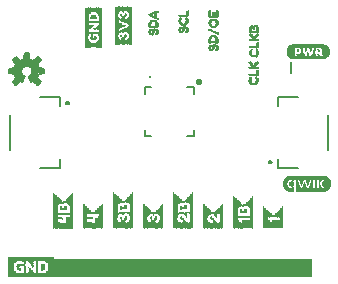
<source format=gto>
G75*
%MOIN*%
%OFA0B0*%
%FSLAX25Y25*%
%IPPOS*%
%LPD*%
%AMOC8*
5,1,8,0,0,1.08239X$1,22.5*
%
%ADD10R,0.86100X0.06400*%
%ADD11C,0.00800*%
%ADD12C,0.02236*%
%ADD13C,0.00500*%
%ADD14C,0.01272*%
%ADD15C,0.00591*%
%ADD16C,0.00050*%
%ADD17R,0.00157X0.12520*%
%ADD18R,0.00118X0.12520*%
%ADD19R,0.00118X0.02480*%
%ADD20R,0.00118X0.06220*%
%ADD21R,0.00157X0.02047*%
%ADD22R,0.00157X0.00945*%
%ADD23R,0.00118X0.01929*%
%ADD24R,0.00118X0.00709*%
%ADD25R,0.00118X0.02047*%
%ADD26R,0.00157X0.01772*%
%ADD27R,0.00157X0.00551*%
%ADD28R,0.00157X0.01811*%
%ADD29R,0.00118X0.01654*%
%ADD30R,0.00118X0.00433*%
%ADD31R,0.00118X0.01811*%
%ADD32R,0.00157X0.01654*%
%ADD33R,0.00118X0.00276*%
%ADD34R,0.00118X0.00394*%
%ADD35R,0.00118X0.01496*%
%ADD36R,0.00118X0.00551*%
%ADD37R,0.00157X0.00669*%
%ADD38R,0.00157X0.01378*%
%ADD39R,0.00157X0.00709*%
%ADD40R,0.00157X0.01496*%
%ADD41R,0.00118X0.00984*%
%ADD42R,0.00118X0.01260*%
%ADD43R,0.00157X0.01929*%
%ADD44R,0.00157X0.01102*%
%ADD45R,0.00118X0.00827*%
%ADD46R,0.00118X0.00945*%
%ADD47R,0.00157X0.02480*%
%ADD48R,0.00157X0.00984*%
%ADD49R,0.00118X0.01102*%
%ADD50R,0.00118X0.01772*%
%ADD51R,0.00157X0.01260*%
%ADD52R,0.00157X0.00394*%
%ADD53R,0.00157X0.02087*%
%ADD54R,0.00118X0.03031*%
%ADD55R,0.00118X0.00157*%
%ADD56R,0.00118X0.02638*%
%ADD57R,0.00157X0.01220*%
%ADD58R,0.00157X0.00157*%
%ADD59R,0.00118X0.01220*%
%ADD60R,0.00118X0.00669*%
%ADD61R,0.00118X0.01378*%
%ADD62R,0.00157X0.02205*%
%ADD63R,0.00118X0.02205*%
%ADD64R,0.00157X0.13386*%
%ADD65R,0.00118X0.13386*%
%ADD66R,0.00118X0.02913*%
%ADD67R,0.00118X0.09646*%
%ADD68R,0.00157X0.02638*%
%ADD69R,0.00118X0.02362*%
%ADD70R,0.00157X0.00433*%
%ADD71R,0.00118X0.02087*%
%ADD72R,0.00157X0.00827*%
%ADD73R,0.00157X0.01535*%
%ADD74R,0.00118X0.01535*%
%ADD75R,0.00157X0.00276*%
%ADD76R,0.00118X0.00118*%
%ADD77R,0.00118X0.02756*%
%ADD78R,0.10748X0.00118*%
%ADD79R,0.11457X0.00118*%
%ADD80R,0.11929X0.00079*%
%ADD81R,0.12402X0.00157*%
%ADD82R,0.12638X0.00118*%
%ADD83R,0.12874X0.00118*%
%ADD84R,0.13110X0.00079*%
%ADD85R,0.04961X0.00118*%
%ADD86R,0.03071X0.00118*%
%ADD87R,0.05079X0.00118*%
%ADD88R,0.02244X0.00157*%
%ADD89R,0.00945X0.00157*%
%ADD90R,0.01181X0.00157*%
%ADD91R,0.00472X0.00157*%
%ADD92R,0.02835X0.00157*%
%ADD93R,0.02244X0.00118*%
%ADD94R,0.00591X0.00118*%
%ADD95R,0.00945X0.00118*%
%ADD96R,0.00354X0.00118*%
%ADD97R,0.02598X0.00118*%
%ADD98R,0.02362X0.00118*%
%ADD99R,0.00472X0.00118*%
%ADD100R,0.00827X0.00118*%
%ADD101R,0.02480X0.00118*%
%ADD102R,0.02480X0.00157*%
%ADD103R,0.00236X0.00157*%
%ADD104R,0.00709X0.00157*%
%ADD105R,0.00354X0.00157*%
%ADD106R,0.00709X0.00118*%
%ADD107R,0.00236X0.00118*%
%ADD108R,0.02598X0.00157*%
%ADD109R,0.00591X0.00157*%
%ADD110R,0.02717X0.00118*%
%ADD111R,0.02835X0.00118*%
%ADD112R,0.00827X0.00157*%
%ADD113R,0.01299X0.00118*%
%ADD114R,0.01654X0.00118*%
%ADD115R,0.01063X0.00118*%
%ADD116R,0.01063X0.00157*%
%ADD117R,0.01181X0.00118*%
%ADD118R,0.02126X0.00118*%
%ADD119R,0.02126X0.00157*%
%ADD120R,0.01417X0.00118*%
%ADD121R,0.13110X0.00118*%
%ADD122R,0.12402X0.00118*%
%ADD123R,0.11929X0.00118*%
%ADD124R,0.00118X0.01063*%
%ADD125R,0.00157X0.01417*%
%ADD126R,0.00157X0.00591*%
%ADD127R,0.00118X0.02008*%
%ADD128R,0.00118X0.01890*%
%ADD129R,0.00118X0.02126*%
%ADD130R,0.00118X0.02244*%
%ADD131R,0.00157X0.02008*%
%ADD132R,0.00157X0.02362*%
%ADD133R,0.00157X0.01063*%
%ADD134R,0.00118X0.01181*%
%ADD135R,0.00118X0.00354*%
%ADD136R,0.00118X0.01299*%
%ADD137R,0.00118X0.01417*%
%ADD138R,0.00118X0.02598*%
%ADD139R,0.00118X0.02717*%
%ADD140R,0.00118X0.02835*%
%ADD141R,0.00157X0.02244*%
%ADD142R,0.00157X0.02953*%
%ADD143R,0.00157X0.01890*%
%ADD144R,0.00118X0.00472*%
%ADD145R,0.00118X0.00591*%
%ADD146R,0.00118X0.00236*%
%ADD147R,0.00157X0.01299*%
%ADD148R,0.00079X0.00472*%
%ADD149R,0.00157X0.02598*%
%ADD150R,0.00157X0.01181*%
%ADD151R,0.15276X0.00157*%
%ADD152R,0.03307X0.00157*%
%ADD153R,0.11024X0.00157*%
%ADD154R,0.02992X0.00157*%
%ADD155R,0.01260X0.00157*%
%ADD156R,0.01890X0.00157*%
%ADD157R,0.00630X0.00157*%
%ADD158R,0.02677X0.00157*%
%ADD159R,0.00787X0.00157*%
%ADD160R,0.01575X0.00157*%
%ADD161R,0.02520X0.00157*%
%ADD162R,0.01417X0.00157*%
%ADD163R,0.02205X0.00157*%
%ADD164R,0.02362X0.00157*%
%ADD165R,0.02047X0.00157*%
%ADD166R,0.01102X0.00157*%
%ADD167R,0.01732X0.00157*%
%ADD168R,0.00315X0.00157*%
%ADD169R,0.03150X0.00157*%
%ADD170R,0.00157X0.10551*%
%ADD171R,0.00157X0.10394*%
%ADD172R,0.00157X0.10236*%
%ADD173R,0.00157X0.10079*%
%ADD174R,0.00157X0.09921*%
%ADD175R,0.00157X0.09764*%
%ADD176R,0.00157X0.09606*%
%ADD177R,0.00157X0.09449*%
%ADD178R,0.00157X0.02677*%
%ADD179R,0.00157X0.00630*%
%ADD180R,0.00157X0.02520*%
%ADD181R,0.00157X0.00472*%
%ADD182R,0.00157X0.01732*%
%ADD183R,0.00157X0.01575*%
%ADD184R,0.00157X0.00787*%
%ADD185R,0.00157X0.02992*%
%ADD186R,0.00157X0.11811*%
%ADD187R,0.00157X0.11654*%
%ADD188R,0.00157X0.11496*%
%ADD189R,0.00157X0.11339*%
%ADD190R,0.00157X0.11181*%
%ADD191R,0.00157X0.11024*%
%ADD192R,0.00157X0.10866*%
%ADD193R,0.00157X0.02835*%
%ADD194R,0.00157X0.07087*%
%ADD195R,0.00157X0.00315*%
%ADD196R,0.00157X0.03465*%
%ADD197R,0.00157X0.03150*%
%ADD198R,0.00157X0.03622*%
%ADD199R,0.00157X0.10709*%
%ADD200R,0.00157X0.03780*%
%ADD201R,0.00157X0.03937*%
%ADD202R,0.00157X0.06929*%
%ADD203R,0.00157X0.06772*%
%ADD204R,0.00157X0.06614*%
%ADD205R,0.00157X0.06457*%
%ADD206R,0.00157X0.06299*%
%ADD207R,0.00157X0.06142*%
%ADD208R,0.00157X0.05984*%
%ADD209R,0.00157X0.08031*%
%ADD210R,0.00157X0.07874*%
%ADD211R,0.00157X0.07717*%
%ADD212R,0.00157X0.07559*%
%ADD213R,0.00157X0.07402*%
%ADD214R,0.00157X0.07244*%
%ADD215R,0.00157X0.03307*%
D10*
X0176083Y0068000D03*
D11*
X0207711Y0101189D02*
X0207711Y0104142D01*
X0204752Y0103157D02*
X0204754Y0103197D01*
X0204760Y0103236D01*
X0204770Y0103275D01*
X0204783Y0103312D01*
X0204801Y0103348D01*
X0204822Y0103382D01*
X0204846Y0103414D01*
X0204873Y0103443D01*
X0204903Y0103470D01*
X0204935Y0103493D01*
X0204970Y0103513D01*
X0205006Y0103529D01*
X0205044Y0103542D01*
X0205083Y0103551D01*
X0205122Y0103556D01*
X0205162Y0103557D01*
X0205202Y0103554D01*
X0205241Y0103547D01*
X0205279Y0103536D01*
X0205317Y0103522D01*
X0205352Y0103503D01*
X0205385Y0103482D01*
X0205417Y0103457D01*
X0205445Y0103429D01*
X0205471Y0103399D01*
X0205493Y0103366D01*
X0205512Y0103331D01*
X0205528Y0103294D01*
X0205540Y0103256D01*
X0205548Y0103217D01*
X0205552Y0103177D01*
X0205552Y0103137D01*
X0205548Y0103097D01*
X0205540Y0103058D01*
X0205528Y0103020D01*
X0205512Y0102983D01*
X0205493Y0102948D01*
X0205471Y0102915D01*
X0205445Y0102885D01*
X0205417Y0102857D01*
X0205385Y0102832D01*
X0205352Y0102811D01*
X0205317Y0102792D01*
X0205279Y0102778D01*
X0205241Y0102767D01*
X0205202Y0102760D01*
X0205162Y0102757D01*
X0205122Y0102758D01*
X0205083Y0102763D01*
X0205044Y0102772D01*
X0205006Y0102785D01*
X0204970Y0102801D01*
X0204935Y0102821D01*
X0204903Y0102844D01*
X0204873Y0102871D01*
X0204846Y0102900D01*
X0204822Y0102932D01*
X0204801Y0102966D01*
X0204783Y0103002D01*
X0204770Y0103039D01*
X0204760Y0103078D01*
X0204754Y0103117D01*
X0204752Y0103157D01*
X0207711Y0101189D02*
X0214207Y0101189D01*
X0224444Y0107094D02*
X0224444Y0118906D01*
X0214207Y0124811D02*
X0207711Y0124811D01*
X0207711Y0121858D01*
X0211983Y0132925D02*
X0211983Y0136675D01*
X0137114Y0122843D02*
X0137116Y0122883D01*
X0137122Y0122922D01*
X0137132Y0122961D01*
X0137145Y0122998D01*
X0137163Y0123034D01*
X0137184Y0123068D01*
X0137208Y0123100D01*
X0137235Y0123129D01*
X0137265Y0123156D01*
X0137297Y0123179D01*
X0137332Y0123199D01*
X0137368Y0123215D01*
X0137406Y0123228D01*
X0137445Y0123237D01*
X0137484Y0123242D01*
X0137524Y0123243D01*
X0137564Y0123240D01*
X0137603Y0123233D01*
X0137641Y0123222D01*
X0137679Y0123208D01*
X0137714Y0123189D01*
X0137747Y0123168D01*
X0137779Y0123143D01*
X0137807Y0123115D01*
X0137833Y0123085D01*
X0137855Y0123052D01*
X0137874Y0123017D01*
X0137890Y0122980D01*
X0137902Y0122942D01*
X0137910Y0122903D01*
X0137914Y0122863D01*
X0137914Y0122823D01*
X0137910Y0122783D01*
X0137902Y0122744D01*
X0137890Y0122706D01*
X0137874Y0122669D01*
X0137855Y0122634D01*
X0137833Y0122601D01*
X0137807Y0122571D01*
X0137779Y0122543D01*
X0137747Y0122518D01*
X0137714Y0122497D01*
X0137679Y0122478D01*
X0137641Y0122464D01*
X0137603Y0122453D01*
X0137564Y0122446D01*
X0137524Y0122443D01*
X0137484Y0122444D01*
X0137445Y0122449D01*
X0137406Y0122458D01*
X0137368Y0122471D01*
X0137332Y0122487D01*
X0137297Y0122507D01*
X0137265Y0122530D01*
X0137235Y0122557D01*
X0137208Y0122586D01*
X0137184Y0122618D01*
X0137163Y0122652D01*
X0137145Y0122688D01*
X0137132Y0122725D01*
X0137122Y0122764D01*
X0137116Y0122803D01*
X0137114Y0122843D01*
X0134955Y0121858D02*
X0134955Y0124811D01*
X0128459Y0124811D01*
X0118223Y0118906D02*
X0118223Y0107094D01*
X0128459Y0101189D02*
X0134955Y0101189D01*
X0134955Y0104142D01*
D12*
X0181333Y0130000D03*
D13*
X0179633Y0128300D02*
X0179633Y0126000D01*
X0179633Y0128300D02*
X0177333Y0128300D01*
X0165333Y0128300D02*
X0163233Y0128300D01*
X0163233Y0126000D01*
X0163233Y0114000D02*
X0163233Y0111900D01*
X0165333Y0111900D01*
X0177333Y0111900D02*
X0179633Y0111900D01*
X0179633Y0114000D01*
D14*
X0165166Y0131463D03*
D15*
X0129795Y0132780D02*
X0129795Y0134220D01*
X0127890Y0134413D01*
X0127685Y0135054D01*
X0127377Y0135652D01*
X0128587Y0137136D01*
X0127569Y0138154D01*
X0126085Y0136943D01*
X0125487Y0137251D01*
X0124847Y0137456D01*
X0124653Y0139361D01*
X0123214Y0139361D01*
X0123020Y0137456D01*
X0122380Y0137251D01*
X0121782Y0136943D01*
X0120298Y0138154D01*
X0119280Y0137136D01*
X0120490Y0135652D01*
X0120182Y0135054D01*
X0119977Y0134413D01*
X0118072Y0134220D01*
X0118072Y0132780D01*
X0119977Y0132587D01*
X0120182Y0131946D01*
X0120490Y0131348D01*
X0119280Y0129864D01*
X0120298Y0128846D01*
X0121782Y0130057D01*
X0122379Y0129749D01*
X0123227Y0131795D01*
X0122848Y0132007D01*
X0122530Y0132301D01*
X0122289Y0132662D01*
X0122139Y0133069D01*
X0122088Y0133500D01*
X0122141Y0133939D01*
X0122296Y0134352D01*
X0122546Y0134717D01*
X0122875Y0135011D01*
X0123264Y0135220D01*
X0123692Y0135329D01*
X0124134Y0135334D01*
X0124564Y0135234D01*
X0124958Y0135034D01*
X0125294Y0134746D01*
X0125551Y0134387D01*
X0125715Y0133977D01*
X0125778Y0133540D01*
X0125735Y0133100D01*
X0125588Y0132684D01*
X0125347Y0132314D01*
X0125025Y0132012D01*
X0124640Y0131795D01*
X0125487Y0129749D01*
X0126085Y0130057D01*
X0127569Y0128846D01*
X0128587Y0129864D01*
X0127377Y0131348D01*
X0127685Y0131946D01*
X0127890Y0132587D01*
X0129795Y0132780D01*
X0129795Y0133098D02*
X0125734Y0133098D01*
X0125757Y0133688D02*
X0129795Y0133688D01*
X0129235Y0134277D02*
X0125595Y0134277D01*
X0125154Y0134866D02*
X0127745Y0134866D01*
X0127478Y0135455D02*
X0120389Y0135455D01*
X0120170Y0136044D02*
X0127696Y0136044D01*
X0128177Y0136633D02*
X0119690Y0136633D01*
X0119366Y0137222D02*
X0121440Y0137222D01*
X0122323Y0137222D02*
X0125544Y0137222D01*
X0126427Y0137222D02*
X0128501Y0137222D01*
X0127912Y0137811D02*
X0127149Y0137811D01*
X0124811Y0137811D02*
X0123056Y0137811D01*
X0123116Y0138400D02*
X0124751Y0138400D01*
X0124691Y0138989D02*
X0123176Y0138989D01*
X0120718Y0137811D02*
X0119955Y0137811D01*
X0120122Y0134866D02*
X0122712Y0134866D01*
X0122268Y0134277D02*
X0118631Y0134277D01*
X0118072Y0133688D02*
X0122110Y0133688D01*
X0122135Y0133098D02*
X0118072Y0133098D01*
X0120002Y0132509D02*
X0122391Y0132509D01*
X0123003Y0131920D02*
X0120195Y0131920D01*
X0120476Y0131331D02*
X0123035Y0131331D01*
X0122791Y0130742D02*
X0119996Y0130742D01*
X0119515Y0130153D02*
X0122547Y0130153D01*
X0121178Y0129564D02*
X0119580Y0129564D01*
X0120169Y0128975D02*
X0120455Y0128975D01*
X0125076Y0130742D02*
X0127871Y0130742D01*
X0128351Y0130153D02*
X0125320Y0130153D01*
X0124832Y0131331D02*
X0127391Y0131331D01*
X0127671Y0131920D02*
X0124862Y0131920D01*
X0125475Y0132509D02*
X0127865Y0132509D01*
X0128287Y0129564D02*
X0126689Y0129564D01*
X0127412Y0128975D02*
X0127698Y0128975D01*
D16*
X0209572Y0097105D02*
X0209498Y0096912D01*
X0209436Y0096713D01*
X0209384Y0096511D01*
X0209342Y0096096D01*
X0209354Y0095889D01*
X0209375Y0095681D01*
X0209407Y0095476D01*
X0209531Y0095078D01*
X0209726Y0094709D01*
X0209842Y0094538D01*
X0210113Y0094221D01*
X0210434Y0093955D01*
X0210797Y0093751D01*
X0210987Y0093668D01*
X0211386Y0093547D01*
X0211801Y0093505D01*
X0212009Y0093496D01*
X0212675Y0093496D01*
X0212680Y0093660D01*
X0212680Y0094911D01*
X0212554Y0094793D01*
X0212389Y0094667D01*
X0212201Y0094577D01*
X0211999Y0094529D01*
X0211791Y0094515D01*
X0211584Y0094534D01*
X0211382Y0094581D01*
X0211188Y0094655D01*
X0211007Y0094759D01*
X0210852Y0094898D01*
X0210721Y0095060D01*
X0210615Y0095238D01*
X0210532Y0095429D01*
X0210482Y0095632D01*
X0210453Y0095838D01*
X0210439Y0096045D01*
X0210455Y0096253D01*
X0210488Y0096459D01*
X0210541Y0096660D01*
X0210627Y0096850D01*
X0210740Y0097024D01*
X0210878Y0097179D01*
X0211038Y0097311D01*
X0211221Y0097413D01*
X0211419Y0097476D01*
X0211623Y0097512D01*
X0211831Y0097525D01*
X0212038Y0097502D01*
X0212237Y0097442D01*
X0212422Y0097347D01*
X0212584Y0097215D01*
X0212680Y0097143D01*
X0212680Y0097381D01*
X0212685Y0097494D01*
X0213639Y0097494D01*
X0213637Y0097373D01*
X0213853Y0097386D01*
X0213811Y0097494D01*
X0214785Y0097494D01*
X0214813Y0097399D01*
X0215344Y0095599D01*
X0215403Y0095608D01*
X0215935Y0097490D01*
X0216070Y0097494D01*
X0216696Y0097494D01*
X0216873Y0097495D01*
X0217409Y0095664D01*
X0217448Y0095523D01*
X0217999Y0097343D01*
X0218045Y0097494D01*
X0218880Y0097494D01*
X0219148Y0097486D01*
X0219297Y0097494D01*
X0220062Y0097494D01*
X0220058Y0097447D01*
X0220262Y0097413D01*
X0220260Y0097494D01*
X0221224Y0097494D01*
X0221223Y0097351D01*
X0221797Y0097065D01*
X0221909Y0097172D01*
X0222260Y0097396D01*
X0222460Y0097447D01*
X0222871Y0097519D01*
X0223108Y0097519D01*
X0223106Y0097337D01*
X0223106Y0096711D01*
X0222949Y0096726D01*
X0222745Y0096682D01*
X0222575Y0096564D01*
X0222459Y0096395D01*
X0222396Y0096200D01*
X0222371Y0095994D01*
X0222402Y0095787D01*
X0222478Y0095596D01*
X0222607Y0095438D01*
X0222785Y0095338D01*
X0222990Y0095303D01*
X0223106Y0095285D01*
X0223106Y0094499D01*
X0222969Y0094520D01*
X0222763Y0094543D01*
X0222352Y0094614D01*
X0222166Y0094702D01*
X0221814Y0094925D01*
X0221584Y0095273D01*
X0221493Y0095456D01*
X0221420Y0095867D01*
X0221406Y0096072D01*
X0221478Y0096483D01*
X0221535Y0096680D01*
X0221794Y0097060D01*
X0221220Y0097358D01*
X0221220Y0094551D01*
X0221175Y0094551D01*
X0220341Y0094551D01*
X0220258Y0094557D01*
X0220262Y0097417D01*
X0220058Y0097451D01*
X0220062Y0094554D01*
X0219920Y0094551D01*
X0219295Y0094551D01*
X0219099Y0094564D01*
X0219099Y0097486D01*
X0218984Y0097485D01*
X0218940Y0097356D01*
X0217926Y0094554D01*
X0217779Y0094551D01*
X0217154Y0094551D01*
X0216953Y0094561D01*
X0216399Y0096355D01*
X0216337Y0096183D01*
X0215831Y0094560D01*
X0215661Y0094551D01*
X0215036Y0094551D01*
X0214877Y0094553D01*
X0213847Y0097385D01*
X0213640Y0097374D01*
X0213648Y0093571D01*
X0213652Y0093496D01*
X0222541Y0093497D01*
X0222956Y0093538D01*
X0223159Y0093582D01*
X0223555Y0093712D01*
X0223921Y0093911D01*
X0224248Y0094169D01*
X0224396Y0094314D01*
X0224659Y0094638D01*
X0224858Y0095004D01*
X0224930Y0095199D01*
X0224992Y0095398D01*
X0225040Y0095600D01*
X0222477Y0095600D01*
X0222458Y0095648D02*
X0225045Y0095648D01*
X0225040Y0095600D02*
X0225082Y0096015D01*
X0225047Y0096430D01*
X0225011Y0096635D01*
X0224888Y0097033D01*
X0224691Y0097400D01*
X0224571Y0097571D01*
X0224439Y0097731D01*
X0224299Y0097885D01*
X0223978Y0098151D01*
X0223613Y0098354D01*
X0223422Y0098433D01*
X0223022Y0098552D01*
X0222607Y0098594D01*
X0222533Y0098601D01*
X0211897Y0098601D01*
X0211482Y0098560D01*
X0211278Y0098519D01*
X0210881Y0098392D01*
X0210515Y0098193D01*
X0210348Y0098070D01*
X0210187Y0097937D01*
X0210036Y0097794D01*
X0209771Y0097472D01*
X0209572Y0097105D01*
X0209572Y0097103D02*
X0210810Y0097103D01*
X0210767Y0097055D02*
X0209553Y0097055D01*
X0209534Y0097006D02*
X0210729Y0097006D01*
X0210697Y0096958D02*
X0209515Y0096958D01*
X0209497Y0096909D02*
X0210666Y0096909D01*
X0210634Y0096861D02*
X0209482Y0096861D01*
X0209467Y0096812D02*
X0210610Y0096812D01*
X0210588Y0096764D02*
X0209452Y0096764D01*
X0209437Y0096715D02*
X0210566Y0096715D01*
X0210544Y0096667D02*
X0209424Y0096667D01*
X0209412Y0096618D02*
X0210530Y0096618D01*
X0210517Y0096570D02*
X0209399Y0096570D01*
X0209387Y0096521D02*
X0210504Y0096521D01*
X0210492Y0096473D02*
X0209380Y0096473D01*
X0209375Y0096424D02*
X0210482Y0096424D01*
X0210475Y0096376D02*
X0209370Y0096376D01*
X0209366Y0096327D02*
X0210467Y0096327D01*
X0210459Y0096279D02*
X0209361Y0096279D01*
X0209356Y0096230D02*
X0210453Y0096230D01*
X0210449Y0096182D02*
X0209351Y0096182D01*
X0209346Y0096133D02*
X0210446Y0096133D01*
X0210442Y0096085D02*
X0209343Y0096085D01*
X0209346Y0096036D02*
X0210440Y0096036D01*
X0210443Y0095988D02*
X0209348Y0095988D01*
X0209351Y0095939D02*
X0210446Y0095939D01*
X0210450Y0095891D02*
X0209353Y0095891D01*
X0209358Y0095842D02*
X0210453Y0095842D01*
X0210460Y0095794D02*
X0209363Y0095794D01*
X0209368Y0095745D02*
X0210466Y0095745D01*
X0210473Y0095697D02*
X0209373Y0095697D01*
X0209380Y0095648D02*
X0210480Y0095648D01*
X0210490Y0095600D02*
X0209388Y0095600D01*
X0209395Y0095551D02*
X0210502Y0095551D01*
X0210514Y0095503D02*
X0209403Y0095503D01*
X0209414Y0095454D02*
X0210526Y0095454D01*
X0210542Y0095406D02*
X0209429Y0095406D01*
X0209444Y0095357D02*
X0210564Y0095357D01*
X0210585Y0095309D02*
X0209459Y0095309D01*
X0209474Y0095260D02*
X0210606Y0095260D01*
X0210631Y0095212D02*
X0209489Y0095212D01*
X0209505Y0095163D02*
X0210660Y0095163D01*
X0210689Y0095114D02*
X0209520Y0095114D01*
X0209537Y0095066D02*
X0210718Y0095066D01*
X0210755Y0095017D02*
X0209563Y0095017D01*
X0209589Y0094969D02*
X0210794Y0094969D01*
X0210834Y0094920D02*
X0209614Y0094920D01*
X0209640Y0094872D02*
X0210881Y0094872D01*
X0210935Y0094823D02*
X0209665Y0094823D01*
X0209691Y0094775D02*
X0210989Y0094775D01*
X0211064Y0094726D02*
X0209717Y0094726D01*
X0209747Y0094678D02*
X0211148Y0094678D01*
X0211256Y0094629D02*
X0209780Y0094629D01*
X0209813Y0094581D02*
X0211383Y0094581D01*
X0211605Y0094532D02*
X0209847Y0094532D01*
X0209888Y0094484D02*
X0212680Y0094484D01*
X0212680Y0094532D02*
X0212015Y0094532D01*
X0212210Y0094581D02*
X0212680Y0094581D01*
X0212680Y0094629D02*
X0212311Y0094629D01*
X0212404Y0094678D02*
X0212680Y0094678D01*
X0212680Y0094726D02*
X0212467Y0094726D01*
X0212531Y0094775D02*
X0212680Y0094775D01*
X0212680Y0094823D02*
X0212587Y0094823D01*
X0212638Y0094872D02*
X0212680Y0094872D01*
X0212680Y0094435D02*
X0209930Y0094435D01*
X0209971Y0094387D02*
X0212680Y0094387D01*
X0212680Y0094338D02*
X0210012Y0094338D01*
X0210054Y0094290D02*
X0212680Y0094290D01*
X0212680Y0094241D02*
X0210095Y0094241D01*
X0210147Y0094193D02*
X0212680Y0094193D01*
X0212680Y0094144D02*
X0210205Y0094144D01*
X0210264Y0094096D02*
X0212680Y0094096D01*
X0212680Y0094047D02*
X0210323Y0094047D01*
X0210382Y0093999D02*
X0212680Y0093999D01*
X0212680Y0093950D02*
X0210444Y0093950D01*
X0210529Y0093902D02*
X0212680Y0093902D01*
X0212680Y0093853D02*
X0210615Y0093853D01*
X0210701Y0093805D02*
X0212680Y0093805D01*
X0212680Y0093756D02*
X0210787Y0093756D01*
X0210896Y0093708D02*
X0212680Y0093708D01*
X0212680Y0093659D02*
X0211017Y0093659D01*
X0211176Y0093611D02*
X0212678Y0093611D01*
X0212677Y0093562D02*
X0211335Y0093562D01*
X0211714Y0093514D02*
X0212675Y0093514D01*
X0213648Y0093562D02*
X0223065Y0093562D01*
X0223245Y0093611D02*
X0213648Y0093611D01*
X0213648Y0093659D02*
X0223394Y0093659D01*
X0223542Y0093708D02*
X0213648Y0093708D01*
X0213648Y0093756D02*
X0223636Y0093756D01*
X0223726Y0093805D02*
X0213648Y0093805D01*
X0213647Y0093853D02*
X0223815Y0093853D01*
X0223905Y0093902D02*
X0213647Y0093902D01*
X0213647Y0093950D02*
X0223971Y0093950D01*
X0224032Y0093999D02*
X0213647Y0093999D01*
X0213647Y0094047D02*
X0224094Y0094047D01*
X0224155Y0094096D02*
X0213647Y0094096D01*
X0213647Y0094144D02*
X0224216Y0094144D01*
X0224272Y0094193D02*
X0213647Y0094193D01*
X0213647Y0094241D02*
X0224322Y0094241D01*
X0224371Y0094290D02*
X0213646Y0094290D01*
X0213646Y0094338D02*
X0224416Y0094338D01*
X0224455Y0094387D02*
X0213646Y0094387D01*
X0213646Y0094435D02*
X0224494Y0094435D01*
X0224534Y0094484D02*
X0213646Y0094484D01*
X0213646Y0094532D02*
X0222860Y0094532D01*
X0223106Y0094532D02*
X0224573Y0094532D01*
X0224612Y0094581D02*
X0223106Y0094581D01*
X0223106Y0094629D02*
X0224652Y0094629D01*
X0224680Y0094678D02*
X0223106Y0094678D01*
X0223106Y0094726D02*
X0224707Y0094726D01*
X0224733Y0094775D02*
X0223106Y0094775D01*
X0223106Y0094823D02*
X0224759Y0094823D01*
X0224786Y0094872D02*
X0223106Y0094872D01*
X0223106Y0094920D02*
X0224812Y0094920D01*
X0224838Y0094969D02*
X0223106Y0094969D01*
X0223106Y0095017D02*
X0224862Y0095017D01*
X0224880Y0095066D02*
X0223106Y0095066D01*
X0223106Y0095114D02*
X0224898Y0095114D01*
X0224916Y0095163D02*
X0223106Y0095163D01*
X0223106Y0095212D02*
X0224934Y0095212D01*
X0224949Y0095260D02*
X0223106Y0095260D01*
X0222957Y0095309D02*
X0224964Y0095309D01*
X0224979Y0095357D02*
X0222752Y0095357D01*
X0222665Y0095406D02*
X0224993Y0095406D01*
X0225005Y0095454D02*
X0222594Y0095454D01*
X0222555Y0095503D02*
X0225017Y0095503D01*
X0225028Y0095551D02*
X0222515Y0095551D01*
X0222438Y0095697D02*
X0225050Y0095697D01*
X0225055Y0095745D02*
X0222419Y0095745D01*
X0222401Y0095794D02*
X0225060Y0095794D01*
X0225065Y0095842D02*
X0222394Y0095842D01*
X0222386Y0095891D02*
X0225070Y0095891D01*
X0225074Y0095939D02*
X0222379Y0095939D01*
X0222372Y0095988D02*
X0225079Y0095988D01*
X0225080Y0096036D02*
X0222376Y0096036D01*
X0222382Y0096085D02*
X0225076Y0096085D01*
X0225072Y0096133D02*
X0222388Y0096133D01*
X0222394Y0096182D02*
X0225068Y0096182D01*
X0225064Y0096230D02*
X0222406Y0096230D01*
X0222421Y0096279D02*
X0225060Y0096279D01*
X0225056Y0096327D02*
X0222437Y0096327D01*
X0222453Y0096376D02*
X0225052Y0096376D01*
X0225048Y0096424D02*
X0222479Y0096424D01*
X0222513Y0096473D02*
X0225040Y0096473D01*
X0225031Y0096521D02*
X0222546Y0096521D01*
X0222583Y0096570D02*
X0225023Y0096570D01*
X0225014Y0096618D02*
X0222653Y0096618D01*
X0222724Y0096667D02*
X0225001Y0096667D01*
X0224986Y0096715D02*
X0223106Y0096715D01*
X0223062Y0096715D02*
X0222901Y0096715D01*
X0223106Y0096764D02*
X0224971Y0096764D01*
X0224956Y0096812D02*
X0223106Y0096812D01*
X0223106Y0096861D02*
X0224941Y0096861D01*
X0224926Y0096909D02*
X0223106Y0096909D01*
X0223106Y0096958D02*
X0224911Y0096958D01*
X0224896Y0097006D02*
X0223106Y0097006D01*
X0223106Y0097055D02*
X0224876Y0097055D01*
X0224850Y0097103D02*
X0223106Y0097103D01*
X0223106Y0097152D02*
X0224824Y0097152D01*
X0224798Y0097200D02*
X0223106Y0097200D01*
X0223106Y0097249D02*
X0224772Y0097249D01*
X0224746Y0097298D02*
X0223106Y0097298D01*
X0223106Y0097346D02*
X0224720Y0097346D01*
X0224694Y0097395D02*
X0223107Y0097395D01*
X0223107Y0097443D02*
X0224661Y0097443D01*
X0224627Y0097492D02*
X0223108Y0097492D01*
X0222715Y0097492D02*
X0221224Y0097492D01*
X0221224Y0097443D02*
X0222443Y0097443D01*
X0222257Y0097395D02*
X0221224Y0097395D01*
X0221220Y0097346D02*
X0221234Y0097346D01*
X0221243Y0097346D02*
X0222181Y0097346D01*
X0222105Y0097298D02*
X0221336Y0097298D01*
X0221331Y0097298D02*
X0221220Y0097298D01*
X0221220Y0097249D02*
X0221428Y0097249D01*
X0221430Y0097249D02*
X0222029Y0097249D01*
X0221954Y0097200D02*
X0221525Y0097200D01*
X0221523Y0097200D02*
X0221220Y0097200D01*
X0221220Y0097152D02*
X0221617Y0097152D01*
X0221622Y0097152D02*
X0221888Y0097152D01*
X0221838Y0097103D02*
X0221719Y0097103D01*
X0221710Y0097103D02*
X0221220Y0097103D01*
X0221220Y0097055D02*
X0221790Y0097055D01*
X0221757Y0097006D02*
X0221220Y0097006D01*
X0221220Y0096958D02*
X0221724Y0096958D01*
X0221691Y0096909D02*
X0221220Y0096909D01*
X0221220Y0096861D02*
X0221658Y0096861D01*
X0221625Y0096812D02*
X0221220Y0096812D01*
X0221220Y0096764D02*
X0221592Y0096764D01*
X0221559Y0096715D02*
X0221220Y0096715D01*
X0221220Y0096667D02*
X0221531Y0096667D01*
X0221517Y0096618D02*
X0221220Y0096618D01*
X0221220Y0096570D02*
X0221503Y0096570D01*
X0221489Y0096521D02*
X0221220Y0096521D01*
X0221220Y0096473D02*
X0221476Y0096473D01*
X0221467Y0096424D02*
X0221220Y0096424D01*
X0221220Y0096376D02*
X0221459Y0096376D01*
X0221450Y0096327D02*
X0221220Y0096327D01*
X0221220Y0096279D02*
X0221442Y0096279D01*
X0221433Y0096230D02*
X0221220Y0096230D01*
X0221220Y0096182D02*
X0221425Y0096182D01*
X0221416Y0096133D02*
X0221220Y0096133D01*
X0221220Y0096085D02*
X0221408Y0096085D01*
X0221408Y0096036D02*
X0221220Y0096036D01*
X0221220Y0095988D02*
X0221411Y0095988D01*
X0221415Y0095939D02*
X0221220Y0095939D01*
X0221220Y0095891D02*
X0221418Y0095891D01*
X0221424Y0095842D02*
X0221220Y0095842D01*
X0221220Y0095794D02*
X0221433Y0095794D01*
X0221441Y0095745D02*
X0221220Y0095745D01*
X0221220Y0095697D02*
X0221450Y0095697D01*
X0221459Y0095648D02*
X0221220Y0095648D01*
X0221220Y0095600D02*
X0221467Y0095600D01*
X0221476Y0095551D02*
X0221220Y0095551D01*
X0221220Y0095503D02*
X0221484Y0095503D01*
X0221494Y0095454D02*
X0221220Y0095454D01*
X0221220Y0095406D02*
X0221518Y0095406D01*
X0221542Y0095357D02*
X0221220Y0095357D01*
X0221220Y0095309D02*
X0221567Y0095309D01*
X0221593Y0095260D02*
X0221220Y0095260D01*
X0221220Y0095212D02*
X0221625Y0095212D01*
X0221657Y0095163D02*
X0221220Y0095163D01*
X0221220Y0095114D02*
X0221689Y0095114D01*
X0221721Y0095066D02*
X0221220Y0095066D01*
X0221220Y0095017D02*
X0221753Y0095017D01*
X0221785Y0094969D02*
X0221220Y0094969D01*
X0221220Y0094920D02*
X0221821Y0094920D01*
X0221897Y0094872D02*
X0221220Y0094872D01*
X0221220Y0094823D02*
X0221974Y0094823D01*
X0222051Y0094775D02*
X0221220Y0094775D01*
X0221220Y0094726D02*
X0222127Y0094726D01*
X0222217Y0094678D02*
X0221220Y0094678D01*
X0221220Y0094629D02*
X0222319Y0094629D01*
X0222545Y0094581D02*
X0221220Y0094581D01*
X0220258Y0094581D02*
X0220062Y0094581D01*
X0220062Y0094629D02*
X0220258Y0094629D01*
X0220258Y0094678D02*
X0220062Y0094678D01*
X0220062Y0094726D02*
X0220258Y0094726D01*
X0220258Y0094775D02*
X0220062Y0094775D01*
X0220061Y0094823D02*
X0220258Y0094823D01*
X0220258Y0094872D02*
X0220061Y0094872D01*
X0220061Y0094920D02*
X0220258Y0094920D01*
X0220258Y0094969D02*
X0220061Y0094969D01*
X0220061Y0095017D02*
X0220258Y0095017D01*
X0220258Y0095066D02*
X0220061Y0095066D01*
X0220061Y0095114D02*
X0220258Y0095114D01*
X0220258Y0095163D02*
X0220061Y0095163D01*
X0220061Y0095212D02*
X0220258Y0095212D01*
X0220259Y0095260D02*
X0220061Y0095260D01*
X0220061Y0095309D02*
X0220259Y0095309D01*
X0220259Y0095357D02*
X0220061Y0095357D01*
X0220061Y0095406D02*
X0220259Y0095406D01*
X0220259Y0095454D02*
X0220061Y0095454D01*
X0220061Y0095503D02*
X0220259Y0095503D01*
X0220259Y0095551D02*
X0220060Y0095551D01*
X0220060Y0095600D02*
X0220259Y0095600D01*
X0220259Y0095648D02*
X0220060Y0095648D01*
X0220060Y0095697D02*
X0220259Y0095697D01*
X0220259Y0095745D02*
X0220060Y0095745D01*
X0220060Y0095794D02*
X0220259Y0095794D01*
X0220259Y0095842D02*
X0220060Y0095842D01*
X0220060Y0095891D02*
X0220259Y0095891D01*
X0220259Y0095939D02*
X0220060Y0095939D01*
X0220060Y0095988D02*
X0220260Y0095988D01*
X0220260Y0096036D02*
X0220060Y0096036D01*
X0220060Y0096085D02*
X0220260Y0096085D01*
X0220260Y0096133D02*
X0220060Y0096133D01*
X0220060Y0096182D02*
X0220260Y0096182D01*
X0220260Y0096230D02*
X0220060Y0096230D01*
X0220059Y0096279D02*
X0220260Y0096279D01*
X0220260Y0096327D02*
X0220059Y0096327D01*
X0220059Y0096376D02*
X0220260Y0096376D01*
X0220260Y0096424D02*
X0220059Y0096424D01*
X0220059Y0096473D02*
X0220260Y0096473D01*
X0220260Y0096521D02*
X0220059Y0096521D01*
X0220059Y0096570D02*
X0220260Y0096570D01*
X0220260Y0096618D02*
X0220059Y0096618D01*
X0220059Y0096667D02*
X0220260Y0096667D01*
X0220261Y0096715D02*
X0220059Y0096715D01*
X0220059Y0096764D02*
X0220261Y0096764D01*
X0220261Y0096812D02*
X0220059Y0096812D01*
X0220059Y0096861D02*
X0220261Y0096861D01*
X0220261Y0096909D02*
X0220059Y0096909D01*
X0220059Y0096958D02*
X0220261Y0096958D01*
X0220261Y0097006D02*
X0220058Y0097006D01*
X0220058Y0097055D02*
X0220261Y0097055D01*
X0220261Y0097103D02*
X0220058Y0097103D01*
X0220058Y0097152D02*
X0220261Y0097152D01*
X0220261Y0097200D02*
X0220058Y0097200D01*
X0220058Y0097249D02*
X0220261Y0097249D01*
X0220261Y0097298D02*
X0220058Y0097298D01*
X0220058Y0097346D02*
X0220261Y0097346D01*
X0220261Y0097395D02*
X0220058Y0097395D01*
X0220058Y0097443D02*
X0220082Y0097443D01*
X0220105Y0097443D02*
X0220261Y0097443D01*
X0220260Y0097492D02*
X0220062Y0097492D01*
X0219244Y0097492D02*
X0218974Y0097492D01*
X0218970Y0097443D02*
X0219099Y0097443D01*
X0219099Y0097395D02*
X0218953Y0097395D01*
X0218936Y0097346D02*
X0219099Y0097346D01*
X0219099Y0097298D02*
X0218918Y0097298D01*
X0218901Y0097249D02*
X0219099Y0097249D01*
X0219099Y0097200D02*
X0218883Y0097200D01*
X0218866Y0097152D02*
X0219099Y0097152D01*
X0219099Y0097103D02*
X0218848Y0097103D01*
X0218831Y0097055D02*
X0219099Y0097055D01*
X0219099Y0097006D02*
X0218813Y0097006D01*
X0218796Y0096958D02*
X0219099Y0096958D01*
X0219099Y0096909D02*
X0218778Y0096909D01*
X0218760Y0096861D02*
X0219099Y0096861D01*
X0219099Y0096812D02*
X0218743Y0096812D01*
X0218725Y0096764D02*
X0219099Y0096764D01*
X0219099Y0096715D02*
X0218708Y0096715D01*
X0218690Y0096667D02*
X0219099Y0096667D01*
X0219099Y0096618D02*
X0218673Y0096618D01*
X0218655Y0096570D02*
X0219099Y0096570D01*
X0219099Y0096521D02*
X0218638Y0096521D01*
X0218620Y0096473D02*
X0219099Y0096473D01*
X0219099Y0096424D02*
X0218603Y0096424D01*
X0218585Y0096376D02*
X0219099Y0096376D01*
X0219099Y0096327D02*
X0218567Y0096327D01*
X0218550Y0096279D02*
X0219099Y0096279D01*
X0219099Y0096230D02*
X0218532Y0096230D01*
X0218515Y0096182D02*
X0219099Y0096182D01*
X0219099Y0096133D02*
X0218497Y0096133D01*
X0218480Y0096085D02*
X0219099Y0096085D01*
X0219099Y0096036D02*
X0218462Y0096036D01*
X0218445Y0095988D02*
X0219099Y0095988D01*
X0219099Y0095939D02*
X0218427Y0095939D01*
X0218410Y0095891D02*
X0219099Y0095891D01*
X0219099Y0095842D02*
X0218392Y0095842D01*
X0218374Y0095794D02*
X0219099Y0095794D01*
X0219099Y0095745D02*
X0218357Y0095745D01*
X0218339Y0095697D02*
X0219099Y0095697D01*
X0219099Y0095648D02*
X0218322Y0095648D01*
X0218304Y0095600D02*
X0219099Y0095600D01*
X0219099Y0095551D02*
X0218287Y0095551D01*
X0218269Y0095503D02*
X0219099Y0095503D01*
X0219099Y0095454D02*
X0218252Y0095454D01*
X0218234Y0095406D02*
X0219099Y0095406D01*
X0219099Y0095357D02*
X0218217Y0095357D01*
X0218199Y0095309D02*
X0219099Y0095309D01*
X0219099Y0095260D02*
X0218181Y0095260D01*
X0218164Y0095212D02*
X0219099Y0095212D01*
X0219099Y0095163D02*
X0218146Y0095163D01*
X0218129Y0095114D02*
X0219099Y0095114D01*
X0219099Y0095066D02*
X0218111Y0095066D01*
X0218094Y0095017D02*
X0219099Y0095017D01*
X0219099Y0094969D02*
X0218076Y0094969D01*
X0218059Y0094920D02*
X0219099Y0094920D01*
X0219099Y0094872D02*
X0218041Y0094872D01*
X0218023Y0094823D02*
X0219099Y0094823D01*
X0219099Y0094775D02*
X0218006Y0094775D01*
X0217988Y0094726D02*
X0219099Y0094726D01*
X0219099Y0094678D02*
X0217971Y0094678D01*
X0217953Y0094629D02*
X0219099Y0094629D01*
X0219099Y0094581D02*
X0217936Y0094581D01*
X0216946Y0094581D02*
X0215838Y0094581D01*
X0215853Y0094629D02*
X0216931Y0094629D01*
X0216917Y0094678D02*
X0215868Y0094678D01*
X0215883Y0094726D02*
X0216902Y0094726D01*
X0216887Y0094775D02*
X0215899Y0094775D01*
X0215914Y0094823D02*
X0216872Y0094823D01*
X0216857Y0094872D02*
X0215929Y0094872D01*
X0215944Y0094920D02*
X0216842Y0094920D01*
X0216827Y0094969D02*
X0215959Y0094969D01*
X0215974Y0095017D02*
X0216812Y0095017D01*
X0216797Y0095066D02*
X0215989Y0095066D01*
X0216004Y0095114D02*
X0216782Y0095114D01*
X0216767Y0095163D02*
X0216020Y0095163D01*
X0216035Y0095212D02*
X0216752Y0095212D01*
X0216737Y0095260D02*
X0216050Y0095260D01*
X0216065Y0095309D02*
X0216722Y0095309D01*
X0216707Y0095357D02*
X0216080Y0095357D01*
X0216095Y0095406D02*
X0216692Y0095406D01*
X0216677Y0095454D02*
X0216110Y0095454D01*
X0216125Y0095503D02*
X0216662Y0095503D01*
X0216647Y0095551D02*
X0216141Y0095551D01*
X0216156Y0095600D02*
X0216632Y0095600D01*
X0216617Y0095648D02*
X0216171Y0095648D01*
X0216186Y0095697D02*
X0216602Y0095697D01*
X0216587Y0095745D02*
X0216201Y0095745D01*
X0216216Y0095794D02*
X0216572Y0095794D01*
X0216557Y0095842D02*
X0216231Y0095842D01*
X0216246Y0095891D02*
X0216543Y0095891D01*
X0216528Y0095939D02*
X0216262Y0095939D01*
X0216277Y0095988D02*
X0216513Y0095988D01*
X0216498Y0096036D02*
X0216292Y0096036D01*
X0216307Y0096085D02*
X0216483Y0096085D01*
X0216468Y0096133D02*
X0216322Y0096133D01*
X0216337Y0096182D02*
X0216453Y0096182D01*
X0216438Y0096230D02*
X0216355Y0096230D01*
X0216372Y0096279D02*
X0216423Y0096279D01*
X0216408Y0096327D02*
X0216390Y0096327D01*
X0215661Y0096521D02*
X0215072Y0096521D01*
X0215086Y0096473D02*
X0215647Y0096473D01*
X0215633Y0096424D02*
X0215101Y0096424D01*
X0215115Y0096376D02*
X0215620Y0096376D01*
X0215606Y0096327D02*
X0215129Y0096327D01*
X0215144Y0096279D02*
X0215592Y0096279D01*
X0215579Y0096230D02*
X0215158Y0096230D01*
X0215172Y0096182D02*
X0215565Y0096182D01*
X0215551Y0096133D02*
X0215187Y0096133D01*
X0215201Y0096085D02*
X0215538Y0096085D01*
X0215524Y0096036D02*
X0215215Y0096036D01*
X0215229Y0095988D02*
X0215510Y0095988D01*
X0215496Y0095939D02*
X0215244Y0095939D01*
X0215258Y0095891D02*
X0215483Y0095891D01*
X0215469Y0095842D02*
X0215272Y0095842D01*
X0215287Y0095794D02*
X0215455Y0095794D01*
X0215442Y0095745D02*
X0215301Y0095745D01*
X0215315Y0095697D02*
X0215428Y0095697D01*
X0215414Y0095648D02*
X0215330Y0095648D01*
X0215344Y0095600D02*
X0215347Y0095600D01*
X0214602Y0095309D02*
X0213644Y0095309D01*
X0213644Y0095357D02*
X0214584Y0095357D01*
X0214567Y0095406D02*
X0213644Y0095406D01*
X0213644Y0095454D02*
X0214549Y0095454D01*
X0214531Y0095503D02*
X0213644Y0095503D01*
X0213644Y0095551D02*
X0214514Y0095551D01*
X0214496Y0095600D02*
X0213644Y0095600D01*
X0213644Y0095648D02*
X0214479Y0095648D01*
X0214461Y0095697D02*
X0213644Y0095697D01*
X0213643Y0095745D02*
X0214443Y0095745D01*
X0214426Y0095794D02*
X0213643Y0095794D01*
X0213643Y0095842D02*
X0214408Y0095842D01*
X0214390Y0095891D02*
X0213643Y0095891D01*
X0213643Y0095939D02*
X0214373Y0095939D01*
X0214355Y0095988D02*
X0213643Y0095988D01*
X0213643Y0096036D02*
X0214337Y0096036D01*
X0214320Y0096085D02*
X0213643Y0096085D01*
X0213643Y0096133D02*
X0214302Y0096133D01*
X0214284Y0096182D02*
X0213643Y0096182D01*
X0213642Y0096230D02*
X0214267Y0096230D01*
X0214249Y0096279D02*
X0213642Y0096279D01*
X0213642Y0096327D02*
X0214232Y0096327D01*
X0214214Y0096376D02*
X0213642Y0096376D01*
X0213642Y0096424D02*
X0214196Y0096424D01*
X0214179Y0096473D02*
X0213642Y0096473D01*
X0213642Y0096521D02*
X0214161Y0096521D01*
X0214143Y0096570D02*
X0213642Y0096570D01*
X0213642Y0096618D02*
X0214126Y0096618D01*
X0214108Y0096667D02*
X0213642Y0096667D01*
X0213641Y0096715D02*
X0214090Y0096715D01*
X0214073Y0096764D02*
X0213641Y0096764D01*
X0213641Y0096812D02*
X0214055Y0096812D01*
X0214038Y0096861D02*
X0213641Y0096861D01*
X0213641Y0096909D02*
X0214020Y0096909D01*
X0214002Y0096958D02*
X0213641Y0096958D01*
X0213641Y0097006D02*
X0213985Y0097006D01*
X0213967Y0097055D02*
X0213641Y0097055D01*
X0213641Y0097103D02*
X0213949Y0097103D01*
X0213932Y0097152D02*
X0213641Y0097152D01*
X0213640Y0097200D02*
X0213914Y0097200D01*
X0213896Y0097249D02*
X0213640Y0097249D01*
X0213640Y0097298D02*
X0213879Y0097298D01*
X0213861Y0097346D02*
X0213640Y0097346D01*
X0213637Y0097395D02*
X0213849Y0097395D01*
X0213831Y0097443D02*
X0213638Y0097443D01*
X0213639Y0097492D02*
X0213812Y0097492D01*
X0214786Y0097492D02*
X0215974Y0097492D01*
X0215921Y0097443D02*
X0214800Y0097443D01*
X0214814Y0097395D02*
X0215908Y0097395D01*
X0215894Y0097346D02*
X0214829Y0097346D01*
X0214843Y0097298D02*
X0215880Y0097298D01*
X0215867Y0097249D02*
X0214857Y0097249D01*
X0214872Y0097200D02*
X0215853Y0097200D01*
X0215839Y0097152D02*
X0214886Y0097152D01*
X0214900Y0097103D02*
X0215825Y0097103D01*
X0215812Y0097055D02*
X0214915Y0097055D01*
X0214929Y0097006D02*
X0215798Y0097006D01*
X0215784Y0096958D02*
X0214943Y0096958D01*
X0214958Y0096909D02*
X0215771Y0096909D01*
X0215757Y0096861D02*
X0214972Y0096861D01*
X0214986Y0096812D02*
X0215743Y0096812D01*
X0215729Y0096764D02*
X0215000Y0096764D01*
X0215015Y0096715D02*
X0215716Y0096715D01*
X0215702Y0096667D02*
X0215029Y0096667D01*
X0215043Y0096618D02*
X0215688Y0096618D01*
X0215675Y0096570D02*
X0215058Y0096570D01*
X0214620Y0095260D02*
X0213644Y0095260D01*
X0213645Y0095212D02*
X0214637Y0095212D01*
X0214655Y0095163D02*
X0213645Y0095163D01*
X0213645Y0095114D02*
X0214673Y0095114D01*
X0214690Y0095066D02*
X0213645Y0095066D01*
X0213645Y0095017D02*
X0214708Y0095017D01*
X0214726Y0094969D02*
X0213645Y0094969D01*
X0213645Y0094920D02*
X0214743Y0094920D01*
X0214761Y0094872D02*
X0213645Y0094872D01*
X0213645Y0094823D02*
X0214778Y0094823D01*
X0214796Y0094775D02*
X0213645Y0094775D01*
X0213646Y0094726D02*
X0214814Y0094726D01*
X0214831Y0094678D02*
X0213646Y0094678D01*
X0213646Y0094629D02*
X0214849Y0094629D01*
X0214867Y0094581D02*
X0213646Y0094581D01*
X0213651Y0093514D02*
X0222709Y0093514D01*
X0224593Y0097540D02*
X0209827Y0097540D01*
X0209787Y0097492D02*
X0211507Y0097492D01*
X0211316Y0097443D02*
X0209756Y0097443D01*
X0209729Y0097395D02*
X0211188Y0097395D01*
X0211101Y0097346D02*
X0209703Y0097346D01*
X0209677Y0097298D02*
X0211022Y0097298D01*
X0210963Y0097249D02*
X0209650Y0097249D01*
X0209624Y0097200D02*
X0210903Y0097200D01*
X0210853Y0097152D02*
X0209598Y0097152D01*
X0209867Y0097589D02*
X0224557Y0097589D01*
X0224517Y0097637D02*
X0209907Y0097637D01*
X0209947Y0097686D02*
X0224477Y0097686D01*
X0224436Y0097734D02*
X0209987Y0097734D01*
X0210027Y0097783D02*
X0224392Y0097783D01*
X0224348Y0097831D02*
X0210075Y0097831D01*
X0210126Y0097880D02*
X0224305Y0097880D01*
X0224248Y0097928D02*
X0210177Y0097928D01*
X0210234Y0097977D02*
X0224189Y0097977D01*
X0224130Y0098025D02*
X0210293Y0098025D01*
X0210352Y0098074D02*
X0224071Y0098074D01*
X0224012Y0098122D02*
X0210418Y0098122D01*
X0210484Y0098171D02*
X0223942Y0098171D01*
X0223855Y0098219D02*
X0210562Y0098219D01*
X0210652Y0098268D02*
X0223768Y0098268D01*
X0223680Y0098316D02*
X0210741Y0098316D01*
X0210830Y0098365D02*
X0223586Y0098365D01*
X0223470Y0098413D02*
X0210947Y0098413D01*
X0211099Y0098462D02*
X0223326Y0098462D01*
X0223163Y0098510D02*
X0211250Y0098510D01*
X0211475Y0098559D02*
X0222955Y0098559D01*
X0218044Y0097492D02*
X0216874Y0097492D01*
X0216888Y0097443D02*
X0218029Y0097443D01*
X0218015Y0097395D02*
X0216902Y0097395D01*
X0216916Y0097346D02*
X0218000Y0097346D01*
X0217985Y0097298D02*
X0216930Y0097298D01*
X0216945Y0097249D02*
X0217970Y0097249D01*
X0217956Y0097200D02*
X0216959Y0097200D01*
X0216973Y0097152D02*
X0217941Y0097152D01*
X0217926Y0097103D02*
X0216987Y0097103D01*
X0217001Y0097055D02*
X0217912Y0097055D01*
X0217897Y0097006D02*
X0217016Y0097006D01*
X0217030Y0096958D02*
X0217882Y0096958D01*
X0217868Y0096909D02*
X0217044Y0096909D01*
X0217058Y0096861D02*
X0217853Y0096861D01*
X0217838Y0096812D02*
X0217073Y0096812D01*
X0217087Y0096764D02*
X0217824Y0096764D01*
X0217809Y0096715D02*
X0217101Y0096715D01*
X0217115Y0096667D02*
X0217794Y0096667D01*
X0217779Y0096618D02*
X0217129Y0096618D01*
X0217144Y0096570D02*
X0217765Y0096570D01*
X0217750Y0096521D02*
X0217158Y0096521D01*
X0217172Y0096473D02*
X0217735Y0096473D01*
X0217721Y0096424D02*
X0217186Y0096424D01*
X0217200Y0096376D02*
X0217706Y0096376D01*
X0217691Y0096327D02*
X0217215Y0096327D01*
X0217229Y0096279D02*
X0217677Y0096279D01*
X0217662Y0096230D02*
X0217243Y0096230D01*
X0217257Y0096182D02*
X0217647Y0096182D01*
X0217633Y0096133D02*
X0217272Y0096133D01*
X0217286Y0096085D02*
X0217618Y0096085D01*
X0217603Y0096036D02*
X0217300Y0096036D01*
X0217314Y0095988D02*
X0217589Y0095988D01*
X0217574Y0095939D02*
X0217328Y0095939D01*
X0217343Y0095891D02*
X0217559Y0095891D01*
X0217544Y0095842D02*
X0217357Y0095842D01*
X0217371Y0095794D02*
X0217530Y0095794D01*
X0217515Y0095745D02*
X0217385Y0095745D01*
X0217399Y0095697D02*
X0217500Y0095697D01*
X0217486Y0095648D02*
X0217413Y0095648D01*
X0217427Y0095600D02*
X0217471Y0095600D01*
X0217456Y0095551D02*
X0217440Y0095551D01*
X0212678Y0096017D02*
X0212647Y0096221D01*
X0212577Y0096411D01*
X0212459Y0096576D01*
X0212292Y0096694D01*
X0212090Y0096735D01*
X0211888Y0096711D01*
X0211705Y0096627D01*
X0211558Y0096488D01*
X0211458Y0096308D01*
X0211427Y0096104D01*
X0211429Y0095900D01*
X0211465Y0095698D01*
X0211566Y0095518D01*
X0211717Y0095382D01*
X0211902Y0095305D01*
X0212104Y0095286D01*
X0212306Y0095329D01*
X0212470Y0095453D01*
X0212584Y0095621D01*
X0212650Y0095813D01*
X0212678Y0096017D01*
X0212676Y0096036D02*
X0211427Y0096036D01*
X0211428Y0095988D02*
X0212674Y0095988D01*
X0212667Y0095939D02*
X0211428Y0095939D01*
X0211431Y0095891D02*
X0212661Y0095891D01*
X0212654Y0095842D02*
X0211439Y0095842D01*
X0211448Y0095794D02*
X0212643Y0095794D01*
X0212626Y0095745D02*
X0211457Y0095745D01*
X0211466Y0095697D02*
X0212610Y0095697D01*
X0212593Y0095648D02*
X0211493Y0095648D01*
X0211520Y0095600D02*
X0212569Y0095600D01*
X0212537Y0095551D02*
X0211547Y0095551D01*
X0211583Y0095503D02*
X0212504Y0095503D01*
X0212471Y0095454D02*
X0211637Y0095454D01*
X0211691Y0095406D02*
X0212408Y0095406D01*
X0212344Y0095357D02*
X0211777Y0095357D01*
X0211894Y0095309D02*
X0212210Y0095309D01*
X0212668Y0096085D02*
X0211427Y0096085D01*
X0211431Y0096133D02*
X0212661Y0096133D01*
X0212653Y0096182D02*
X0211439Y0096182D01*
X0211446Y0096230D02*
X0212644Y0096230D01*
X0212626Y0096279D02*
X0211454Y0096279D01*
X0211469Y0096327D02*
X0212608Y0096327D01*
X0212590Y0096376D02*
X0211496Y0096376D01*
X0211523Y0096424D02*
X0212568Y0096424D01*
X0212533Y0096473D02*
X0211550Y0096473D01*
X0211594Y0096521D02*
X0212498Y0096521D01*
X0212464Y0096570D02*
X0211645Y0096570D01*
X0211695Y0096618D02*
X0212399Y0096618D01*
X0212330Y0096667D02*
X0211792Y0096667D01*
X0211927Y0096715D02*
X0212186Y0096715D01*
X0212603Y0097200D02*
X0212680Y0097200D01*
X0212680Y0097152D02*
X0212667Y0097152D01*
X0212680Y0097249D02*
X0212542Y0097249D01*
X0212483Y0097298D02*
X0212680Y0097298D01*
X0212680Y0097346D02*
X0212423Y0097346D01*
X0212330Y0097395D02*
X0212680Y0097395D01*
X0212683Y0097443D02*
X0212236Y0097443D01*
X0212074Y0097492D02*
X0212685Y0097492D01*
D17*
X0159089Y0148671D03*
X0158814Y0148671D03*
X0158538Y0148671D03*
X0158262Y0148671D03*
X0154404Y0148671D03*
X0154129Y0148671D03*
X0153853Y0148671D03*
X0153577Y0148671D03*
D18*
X0153715Y0148671D03*
X0153991Y0148671D03*
X0154266Y0148671D03*
X0158400Y0148671D03*
X0158676Y0148671D03*
X0158951Y0148671D03*
D19*
X0156471Y0143651D03*
X0156196Y0143651D03*
X0155920Y0143651D03*
X0154542Y0143651D03*
X0145644Y0145131D03*
X0154542Y0153691D03*
X0165526Y0149155D03*
X0167140Y0149155D03*
X0175526Y0150073D03*
X0185054Y0152459D03*
X0185133Y0152459D03*
X0185251Y0152459D03*
X0187416Y0152459D03*
X0187495Y0152459D03*
X0187613Y0152459D03*
X0187416Y0149388D03*
X0187140Y0143955D03*
X0185526Y0143955D03*
X0199026Y0139493D03*
X0200640Y0147524D03*
X0198926Y0130193D03*
D20*
X0154542Y0148671D03*
D21*
X0154680Y0148671D03*
X0154680Y0143435D03*
X0154680Y0153907D03*
X0154759Y0090360D03*
X0164759Y0086580D03*
X0164759Y0082171D03*
X0168066Y0082171D03*
X0174759Y0082171D03*
X0174916Y0082171D03*
X0177278Y0082171D03*
X0184759Y0082171D03*
X0187278Y0082171D03*
X0195073Y0082171D03*
X0204601Y0085835D03*
X0208066Y0085835D03*
X0205231Y0082213D03*
X0194759Y0089100D03*
X0174759Y0090360D03*
X0158066Y0082171D03*
X0157908Y0082171D03*
X0155546Y0082171D03*
X0154916Y0082171D03*
X0154759Y0082171D03*
X0145131Y0082171D03*
X0144973Y0082171D03*
X0144816Y0082171D03*
X0144659Y0082171D03*
X0135546Y0082013D03*
X0135388Y0082013D03*
X0135231Y0082013D03*
X0135073Y0082013D03*
X0137908Y0090202D03*
D22*
X0137121Y0089966D03*
X0136333Y0089651D03*
X0136176Y0089651D03*
X0136018Y0089651D03*
X0135703Y0089809D03*
X0137436Y0087761D03*
X0136176Y0084297D03*
X0136018Y0084297D03*
X0145446Y0086344D03*
X0147021Y0086344D03*
X0155388Y0084454D03*
X0155546Y0084454D03*
X0155703Y0084297D03*
X0157436Y0084454D03*
X0157436Y0087919D03*
X0155861Y0087919D03*
X0156176Y0089809D03*
X0156333Y0089809D03*
X0155703Y0089966D03*
X0157121Y0090124D03*
X0165546Y0086344D03*
X0166176Y0086029D03*
X0167121Y0086344D03*
X0174601Y0085872D03*
X0175546Y0084454D03*
X0176018Y0084297D03*
X0176176Y0084297D03*
X0176963Y0085872D03*
X0177436Y0087919D03*
X0175861Y0087919D03*
X0176176Y0089809D03*
X0176333Y0089809D03*
X0175703Y0089966D03*
X0177121Y0090124D03*
X0185546Y0086344D03*
X0186648Y0086029D03*
X0186018Y0084297D03*
X0185861Y0084297D03*
X0185546Y0084297D03*
X0186176Y0084139D03*
X0195546Y0088864D03*
X0197278Y0089021D03*
X0205703Y0085284D03*
X0206963Y0085284D03*
X0200678Y0135921D03*
X0186806Y0142006D03*
X0186806Y0144959D03*
X0185861Y0148384D03*
X0186806Y0150510D03*
X0176806Y0148006D03*
X0166806Y0147206D03*
X0166806Y0150159D03*
X0166333Y0151576D03*
X0155782Y0151978D03*
X0154680Y0150876D03*
X0156058Y0148671D03*
X0154680Y0146466D03*
X0155782Y0145088D03*
X0146058Y0144088D03*
X0145507Y0144639D03*
D23*
X0145093Y0142218D03*
X0147573Y0142218D03*
X0154818Y0143376D03*
X0157849Y0147234D03*
X0157849Y0150108D03*
X0156471Y0150817D03*
X0154818Y0153966D03*
X0147573Y0153675D03*
D24*
X0154818Y0150876D03*
X0155644Y0150600D03*
X0156196Y0148671D03*
X0154818Y0146466D03*
X0147298Y0144639D03*
X0144818Y0146017D03*
X0147022Y0147671D03*
X0165526Y0146970D03*
X0165723Y0145789D03*
X0167062Y0145789D03*
X0175605Y0146589D03*
X0175526Y0147770D03*
X0177140Y0150841D03*
X0184778Y0149447D03*
X0186196Y0148266D03*
X0186471Y0148266D03*
X0186550Y0148266D03*
X0186196Y0146731D03*
X0184778Y0147321D03*
X0185526Y0141770D03*
X0185723Y0140589D03*
X0187062Y0140589D03*
X0198554Y0143922D03*
X0198633Y0143922D03*
X0198751Y0143922D03*
X0199026Y0143922D03*
X0199105Y0143922D03*
X0199223Y0143922D03*
X0200444Y0143922D03*
X0200562Y0143922D03*
X0200640Y0143922D03*
X0200916Y0143922D03*
X0200995Y0143922D03*
X0201113Y0143922D03*
X0200562Y0146639D03*
X0200444Y0146639D03*
X0200168Y0146639D03*
X0200050Y0146639D03*
X0199971Y0146639D03*
X0199696Y0146639D03*
X0199617Y0146639D03*
X0199499Y0146639D03*
X0199223Y0146639D03*
X0199105Y0146639D03*
X0200640Y0140261D03*
X0200168Y0138489D03*
X0198454Y0136157D03*
X0200540Y0130961D03*
X0165054Y0152167D03*
D25*
X0154818Y0148671D03*
D26*
X0154955Y0143297D03*
X0164916Y0148801D03*
X0166333Y0146557D03*
X0176333Y0147357D03*
X0184916Y0143601D03*
X0186333Y0141357D03*
X0200306Y0144454D03*
X0154955Y0154045D03*
D27*
X0154955Y0150797D03*
X0155231Y0150679D03*
X0155507Y0146820D03*
X0155231Y0146663D03*
X0154955Y0146545D03*
X0147987Y0149797D03*
X0146885Y0147592D03*
X0146058Y0146096D03*
X0145231Y0146096D03*
X0144955Y0146096D03*
X0144680Y0149797D03*
D28*
X0147436Y0153734D03*
X0156058Y0150876D03*
X0157711Y0150049D03*
X0157711Y0147293D03*
X0154955Y0148671D03*
X0147436Y0142159D03*
D29*
X0147022Y0142080D03*
X0145644Y0142080D03*
X0148125Y0148025D03*
X0155920Y0150954D03*
X0155920Y0154104D03*
X0156471Y0154104D03*
X0155093Y0154104D03*
X0147022Y0153813D03*
X0145644Y0153813D03*
X0155093Y0143238D03*
X0155369Y0143238D03*
X0155644Y0143238D03*
X0165054Y0146498D03*
X0166117Y0146261D03*
X0165999Y0152167D03*
X0175054Y0147298D03*
X0185054Y0141298D03*
X0186117Y0141061D03*
X0199617Y0144394D03*
X0200168Y0144394D03*
X0199950Y0134976D03*
X0199517Y0134976D03*
X0185999Y0152046D03*
D30*
X0155093Y0150738D03*
X0155093Y0146604D03*
X0147573Y0146155D03*
X0147298Y0146155D03*
X0147022Y0146155D03*
X0146747Y0146155D03*
X0146471Y0146155D03*
X0146196Y0146155D03*
X0146747Y0147533D03*
X0146747Y0149738D03*
X0147022Y0149738D03*
X0147298Y0149738D03*
X0147573Y0149738D03*
X0147849Y0149738D03*
X0146471Y0149738D03*
X0146196Y0149738D03*
X0145920Y0149738D03*
X0145644Y0149738D03*
X0145369Y0149738D03*
X0145093Y0149738D03*
X0144818Y0149738D03*
D31*
X0145369Y0153734D03*
X0147298Y0153734D03*
X0156196Y0150876D03*
X0155093Y0148671D03*
X0147298Y0142159D03*
X0145369Y0142159D03*
D32*
X0145507Y0142080D03*
X0145782Y0142080D03*
X0146885Y0142080D03*
X0147160Y0142080D03*
X0155231Y0143238D03*
X0155507Y0143238D03*
X0156885Y0143238D03*
X0157711Y0143238D03*
X0155231Y0148750D03*
X0155231Y0154104D03*
X0156058Y0154104D03*
X0156609Y0154104D03*
X0157711Y0154104D03*
X0147160Y0153813D03*
X0145507Y0153813D03*
X0144680Y0148025D03*
X0177751Y0150250D03*
X0187751Y0149447D03*
X0201251Y0139670D03*
X0201151Y0130370D03*
D33*
X0155369Y0145305D03*
X0146471Y0147454D03*
X0155369Y0152194D03*
D34*
X0156471Y0148671D03*
X0155369Y0146742D03*
X0146196Y0148498D03*
D35*
X0155369Y0148671D03*
X0157573Y0150049D03*
X0157573Y0147293D03*
X0157573Y0143159D03*
X0157298Y0143159D03*
X0157022Y0143159D03*
X0157022Y0154183D03*
X0156747Y0154183D03*
X0157298Y0154183D03*
X0157573Y0154183D03*
X0155644Y0154183D03*
X0155369Y0154183D03*
D36*
X0155369Y0150679D03*
X0155644Y0146820D03*
X0147849Y0146096D03*
X0145369Y0146096D03*
X0145093Y0146096D03*
X0145920Y0148419D03*
X0147298Y0151175D03*
D37*
X0145782Y0148360D03*
X0155782Y0146880D03*
X0155507Y0145226D03*
X0155507Y0152116D03*
D38*
X0156885Y0150265D03*
X0157160Y0150108D03*
X0155507Y0148730D03*
X0156333Y0146801D03*
X0157160Y0147234D03*
X0146885Y0144423D03*
X0146609Y0151588D03*
X0146333Y0151588D03*
X0146058Y0151588D03*
D39*
X0147160Y0147671D03*
X0145507Y0146017D03*
X0155507Y0150600D03*
X0156333Y0148671D03*
X0167751Y0150986D03*
X0167751Y0153348D03*
X0184916Y0147321D03*
X0186333Y0148266D03*
X0198416Y0143922D03*
X0198888Y0143922D03*
X0199361Y0143922D03*
X0200778Y0143922D03*
X0201251Y0143922D03*
X0201251Y0145576D03*
X0200306Y0146639D03*
X0199833Y0146639D03*
X0199361Y0146639D03*
X0198416Y0141442D03*
X0201151Y0136157D03*
D40*
X0157436Y0143159D03*
X0157160Y0143159D03*
X0157436Y0147293D03*
X0157436Y0150049D03*
X0157436Y0154183D03*
X0157160Y0154183D03*
X0156885Y0154183D03*
X0155782Y0154183D03*
X0155507Y0154183D03*
X0147987Y0147946D03*
D41*
X0145644Y0151391D03*
X0155644Y0152116D03*
X0157022Y0152116D03*
X0157022Y0145226D03*
X0155644Y0145226D03*
D42*
X0155644Y0148671D03*
X0147849Y0147946D03*
X0146747Y0151529D03*
X0145920Y0151529D03*
D43*
X0145231Y0153675D03*
X0156333Y0153966D03*
X0157987Y0153966D03*
X0156333Y0150817D03*
X0155782Y0143376D03*
X0157987Y0143376D03*
X0145231Y0142218D03*
D44*
X0147160Y0144561D03*
X0144680Y0145939D03*
X0145231Y0148143D03*
X0147711Y0147868D03*
X0145782Y0151450D03*
X0155782Y0150679D03*
X0156885Y0152057D03*
X0155782Y0148750D03*
X0156885Y0145167D03*
X0157278Y0090202D03*
X0155546Y0090045D03*
X0155546Y0087998D03*
X0155703Y0087998D03*
X0155388Y0087998D03*
X0158223Y0085950D03*
X0157278Y0084376D03*
X0165546Y0084376D03*
X0165703Y0084218D03*
X0167121Y0084376D03*
X0167278Y0084376D03*
X0166333Y0085950D03*
X0165388Y0086423D03*
X0167278Y0086423D03*
X0175388Y0087998D03*
X0175546Y0087998D03*
X0175703Y0087998D03*
X0175546Y0090045D03*
X0177278Y0090202D03*
X0175861Y0084376D03*
X0175703Y0084376D03*
X0185703Y0084376D03*
X0186806Y0085950D03*
X0195388Y0086738D03*
X0195861Y0086738D03*
X0197436Y0086738D03*
X0195388Y0088943D03*
X0205546Y0085363D03*
X0207121Y0085363D03*
X0147178Y0086423D03*
X0145288Y0086423D03*
X0137278Y0090045D03*
X0135546Y0089887D03*
X0135388Y0087683D03*
X0135861Y0087683D03*
D45*
X0199517Y0129130D03*
X0199596Y0129130D03*
X0199871Y0129130D03*
X0199950Y0129130D03*
X0200068Y0129130D03*
X0200344Y0129248D03*
X0200344Y0132083D03*
X0200462Y0132083D03*
X0200540Y0132083D03*
X0200068Y0132083D03*
X0199950Y0132083D03*
X0199871Y0132083D03*
X0199596Y0132083D03*
X0199517Y0132083D03*
X0199399Y0132083D03*
X0199123Y0132083D03*
X0199005Y0132083D03*
X0198926Y0132083D03*
X0198651Y0132083D03*
X0198533Y0132083D03*
X0198454Y0132083D03*
X0198454Y0134563D03*
X0198533Y0134563D03*
X0198651Y0134563D03*
X0198926Y0134563D03*
X0199005Y0134563D03*
X0199123Y0134563D03*
X0200344Y0134563D03*
X0200462Y0134563D03*
X0200540Y0134563D03*
X0200816Y0134563D03*
X0200895Y0134563D03*
X0201013Y0134563D03*
X0200050Y0138430D03*
X0199971Y0138430D03*
X0199696Y0138430D03*
X0199617Y0138430D03*
X0199499Y0138548D03*
X0199499Y0141383D03*
X0199617Y0141383D03*
X0199696Y0141383D03*
X0199971Y0141383D03*
X0200050Y0141383D03*
X0200168Y0141383D03*
X0200444Y0141383D03*
X0200562Y0141383D03*
X0200640Y0141383D03*
X0199223Y0141383D03*
X0199105Y0141383D03*
X0199026Y0141383D03*
X0198751Y0141383D03*
X0198633Y0141383D03*
X0198554Y0141383D03*
X0198554Y0145517D03*
X0201113Y0145517D03*
X0200562Y0148351D03*
X0200444Y0148351D03*
X0200168Y0148351D03*
X0199223Y0148233D03*
X0199105Y0148233D03*
X0187888Y0145963D03*
X0187613Y0146081D03*
X0187495Y0146081D03*
X0187416Y0146199D03*
X0187140Y0146317D03*
X0187062Y0146317D03*
X0186944Y0146435D03*
X0186668Y0146554D03*
X0186550Y0146554D03*
X0186471Y0146672D03*
X0186117Y0146790D03*
X0185999Y0146790D03*
X0185723Y0146908D03*
X0185605Y0147026D03*
X0185526Y0147026D03*
X0185251Y0147144D03*
X0185133Y0147262D03*
X0185054Y0147262D03*
X0185999Y0148325D03*
X0186117Y0148325D03*
X0186668Y0148325D03*
X0186944Y0150451D03*
X0186668Y0150569D03*
X0186550Y0150569D03*
X0186471Y0150569D03*
X0186196Y0150569D03*
X0186117Y0150569D03*
X0185999Y0150569D03*
X0185723Y0151632D03*
X0185605Y0151632D03*
X0186944Y0151632D03*
X0187062Y0151632D03*
X0186668Y0145018D03*
X0186550Y0145018D03*
X0186471Y0145018D03*
X0186196Y0145018D03*
X0186117Y0145018D03*
X0185999Y0145018D03*
X0185999Y0143128D03*
X0186117Y0143128D03*
X0186196Y0143128D03*
X0186471Y0143128D03*
X0186550Y0143128D03*
X0186668Y0143128D03*
X0186944Y0143128D03*
X0187062Y0143128D03*
X0187062Y0142065D03*
X0186944Y0142065D03*
X0185723Y0143128D03*
X0185605Y0143128D03*
X0184778Y0141239D03*
X0185605Y0140648D03*
X0177140Y0147947D03*
X0177062Y0148065D03*
X0176944Y0148065D03*
X0176668Y0149010D03*
X0176550Y0149010D03*
X0176471Y0149010D03*
X0176196Y0149010D03*
X0176117Y0149010D03*
X0176944Y0149128D03*
X0175526Y0146648D03*
X0175723Y0146530D03*
X0174778Y0147239D03*
X0175054Y0151963D03*
X0175133Y0151963D03*
X0175251Y0151963D03*
X0175526Y0151963D03*
X0175605Y0151963D03*
X0175723Y0151963D03*
X0175999Y0151963D03*
X0176117Y0151963D03*
X0176196Y0151963D03*
X0176471Y0151963D03*
X0176550Y0151963D03*
X0176668Y0151963D03*
X0176944Y0151963D03*
X0177062Y0151963D03*
X0177140Y0151963D03*
X0167613Y0150927D03*
X0167495Y0151045D03*
X0167416Y0151045D03*
X0166471Y0151517D03*
X0166196Y0151635D03*
X0165133Y0152108D03*
X0166550Y0152817D03*
X0167495Y0153289D03*
X0167613Y0153289D03*
X0166668Y0150218D03*
X0166550Y0150218D03*
X0166471Y0150218D03*
X0166196Y0150218D03*
X0166117Y0150218D03*
X0165999Y0150218D03*
X0165999Y0148328D03*
X0166117Y0148328D03*
X0166196Y0148328D03*
X0166471Y0148328D03*
X0166550Y0148328D03*
X0166668Y0148328D03*
X0166944Y0148328D03*
X0167062Y0148328D03*
X0167062Y0147265D03*
X0166944Y0147265D03*
X0165723Y0148328D03*
X0165605Y0148328D03*
X0164778Y0146439D03*
X0165605Y0145848D03*
X0155920Y0146801D03*
X0147298Y0147730D03*
X0145644Y0148281D03*
X0146196Y0144029D03*
X0146471Y0144029D03*
D46*
X0145369Y0148222D03*
X0155920Y0148671D03*
X0165723Y0150041D03*
X0166944Y0150041D03*
X0166550Y0151458D03*
X0166196Y0152639D03*
X0166471Y0152757D03*
X0167416Y0153230D03*
X0165251Y0152167D03*
X0167140Y0147206D03*
X0167140Y0145789D03*
X0165526Y0145907D03*
X0175723Y0149187D03*
X0175999Y0149069D03*
X0177140Y0146589D03*
X0185723Y0144841D03*
X0186944Y0144841D03*
X0187140Y0142006D03*
X0187140Y0140589D03*
X0185526Y0140707D03*
X0185723Y0148502D03*
X0186944Y0148384D03*
X0187062Y0148502D03*
X0187062Y0150392D03*
X0185723Y0150392D03*
X0198633Y0145457D03*
X0200995Y0145457D03*
X0200444Y0138607D03*
X0199223Y0138607D03*
X0198533Y0136157D03*
X0201013Y0136157D03*
X0199123Y0129307D03*
X0199399Y0129189D03*
D47*
X0200678Y0130193D03*
X0187278Y0143955D03*
X0185388Y0149388D03*
X0185388Y0152459D03*
X0187751Y0152459D03*
X0177278Y0150073D03*
X0167278Y0149155D03*
X0166806Y0152108D03*
X0156609Y0143651D03*
X0156333Y0143651D03*
X0156058Y0143651D03*
X0147987Y0142494D03*
X0147987Y0153399D03*
D48*
X0147160Y0151391D03*
X0147436Y0147809D03*
X0156058Y0146880D03*
X0157160Y0145226D03*
X0157160Y0152116D03*
D49*
X0156747Y0147096D03*
X0156471Y0146939D03*
X0156196Y0146820D03*
X0148125Y0145939D03*
X0147573Y0147868D03*
X0147022Y0151450D03*
D50*
X0156196Y0154045D03*
X0157849Y0154045D03*
X0166117Y0152108D03*
X0166471Y0146675D03*
X0166196Y0146439D03*
X0157849Y0143297D03*
X0175054Y0150191D03*
X0176471Y0147475D03*
X0176196Y0147239D03*
X0177613Y0147239D03*
X0185054Y0149388D03*
X0186471Y0141475D03*
X0186196Y0141239D03*
X0198554Y0139611D03*
X0199399Y0135035D03*
X0200068Y0135035D03*
X0198454Y0130311D03*
X0199499Y0144454D03*
X0201388Y0147288D03*
D51*
X0156609Y0147017D03*
X0146885Y0151529D03*
X0155388Y0090124D03*
X0157436Y0090281D03*
X0157278Y0088076D03*
X0157121Y0088076D03*
X0156963Y0088076D03*
X0156806Y0088076D03*
X0158381Y0085872D03*
X0157121Y0084454D03*
X0156963Y0084297D03*
X0154444Y0085872D03*
X0147336Y0086502D03*
X0145131Y0086502D03*
X0137278Y0087761D03*
X0136806Y0087761D03*
X0135703Y0087761D03*
X0135546Y0087761D03*
X0135388Y0089966D03*
X0137436Y0090124D03*
X0165231Y0086502D03*
X0167436Y0086502D03*
X0166963Y0084297D03*
X0177121Y0085714D03*
X0177121Y0088076D03*
X0177278Y0088076D03*
X0176963Y0088076D03*
X0176806Y0088076D03*
X0177436Y0090281D03*
X0175388Y0090124D03*
X0185388Y0086344D03*
X0195546Y0086817D03*
X0195703Y0086817D03*
X0196806Y0086817D03*
X0196963Y0086817D03*
X0197121Y0086817D03*
X0197278Y0086817D03*
X0197436Y0089021D03*
X0195231Y0089021D03*
X0205388Y0085442D03*
X0207278Y0085442D03*
D52*
X0156609Y0148671D03*
X0146058Y0148498D03*
D53*
X0147711Y0153596D03*
X0156609Y0150738D03*
X0147711Y0142297D03*
D54*
X0156747Y0143927D03*
D55*
X0156747Y0148671D03*
X0216870Y0139700D03*
D56*
X0158125Y0147155D03*
X0158125Y0150187D03*
X0156747Y0151013D03*
X0145920Y0145053D03*
D57*
X0144955Y0148084D03*
X0156885Y0147155D03*
D58*
X0156885Y0148671D03*
X0146333Y0147395D03*
X0126148Y0067843D03*
X0124731Y0068000D03*
D59*
X0147022Y0144502D03*
X0145093Y0148084D03*
X0157022Y0147155D03*
X0157022Y0150187D03*
D60*
X0157298Y0152116D03*
X0157298Y0145226D03*
X0148125Y0149738D03*
D61*
X0146471Y0151588D03*
X0146196Y0151588D03*
X0144818Y0148006D03*
X0146747Y0144423D03*
X0157298Y0147234D03*
X0157298Y0150108D03*
D62*
X0157987Y0150128D03*
X0157987Y0147214D03*
X0144955Y0142356D03*
X0144955Y0153537D03*
X0134759Y0090124D03*
X0144344Y0086817D03*
X0148123Y0086817D03*
X0144501Y0082250D03*
X0144344Y0082250D03*
X0134916Y0082092D03*
X0134759Y0082092D03*
X0134601Y0082092D03*
X0154601Y0082250D03*
X0155703Y0082250D03*
X0158223Y0082250D03*
X0164601Y0082250D03*
X0165703Y0082250D03*
X0168223Y0082250D03*
X0168066Y0086659D03*
X0174601Y0082250D03*
X0177121Y0082250D03*
X0184601Y0082250D03*
X0187121Y0082250D03*
X0187278Y0085872D03*
X0188381Y0086974D03*
X0184759Y0086502D03*
X0178066Y0090439D03*
X0194916Y0082250D03*
X0205073Y0082292D03*
X0204444Y0085914D03*
X0208223Y0085914D03*
X0198066Y0089179D03*
X0158066Y0090439D03*
D63*
X0147849Y0142356D03*
X0158125Y0143513D03*
X0147849Y0153537D03*
X0158125Y0153828D03*
D64*
X0149089Y0147946D03*
X0148814Y0147946D03*
X0148538Y0147946D03*
X0148262Y0147946D03*
X0144404Y0147946D03*
X0144129Y0147946D03*
X0143853Y0147946D03*
X0143577Y0147946D03*
D65*
X0143715Y0147946D03*
X0143991Y0147946D03*
X0144266Y0147946D03*
X0148400Y0147946D03*
X0148676Y0147946D03*
X0148951Y0147946D03*
D66*
X0148125Y0153183D03*
X0144542Y0142710D03*
D67*
X0144542Y0149817D03*
D68*
X0144680Y0153320D03*
X0145782Y0145053D03*
X0144680Y0142572D03*
D69*
X0144818Y0142435D03*
X0144818Y0153458D03*
X0166668Y0152167D03*
X0167416Y0149096D03*
X0177416Y0150132D03*
X0185526Y0152400D03*
X0187416Y0143896D03*
X0199026Y0147465D03*
X0200916Y0147465D03*
X0200916Y0139552D03*
X0200816Y0130252D03*
D70*
X0147711Y0146155D03*
X0147436Y0146155D03*
X0147160Y0146155D03*
X0146885Y0146155D03*
X0146609Y0146155D03*
X0146333Y0146155D03*
X0146333Y0149738D03*
X0146058Y0149738D03*
X0145782Y0149738D03*
X0145507Y0149738D03*
X0145231Y0149738D03*
X0144955Y0149738D03*
X0146609Y0149738D03*
X0146885Y0149738D03*
X0147160Y0149738D03*
X0147436Y0149738D03*
X0147711Y0149738D03*
D71*
X0145093Y0153596D03*
D72*
X0145507Y0151313D03*
X0145507Y0148281D03*
X0147987Y0146076D03*
X0146609Y0144029D03*
X0146333Y0144029D03*
X0165861Y0145848D03*
X0165861Y0148328D03*
X0166333Y0148328D03*
X0166806Y0148328D03*
X0166333Y0150218D03*
X0165861Y0150100D03*
X0166333Y0152698D03*
X0175388Y0151963D03*
X0175861Y0151963D03*
X0176333Y0151963D03*
X0176806Y0151963D03*
X0176806Y0149128D03*
X0176333Y0149010D03*
X0175861Y0149128D03*
X0175861Y0146648D03*
X0185388Y0147144D03*
X0185861Y0146908D03*
X0186333Y0146672D03*
X0186806Y0146435D03*
X0187278Y0146199D03*
X0187751Y0145963D03*
X0186333Y0145018D03*
X0185861Y0144900D03*
X0185861Y0143128D03*
X0186333Y0143128D03*
X0186806Y0143128D03*
X0185861Y0140648D03*
X0186806Y0148325D03*
X0186333Y0150569D03*
X0185861Y0150451D03*
X0185861Y0151632D03*
X0186806Y0151632D03*
X0199361Y0148233D03*
X0200306Y0148351D03*
X0200306Y0141383D03*
X0199833Y0141383D03*
X0199361Y0141383D03*
X0198888Y0141383D03*
X0199361Y0138548D03*
X0199833Y0138430D03*
X0200306Y0138548D03*
X0200678Y0134563D03*
X0201151Y0134563D03*
X0198788Y0134563D03*
X0198788Y0132083D03*
X0199261Y0132083D03*
X0199733Y0132083D03*
X0200206Y0132083D03*
X0200206Y0129248D03*
X0199733Y0129130D03*
X0199261Y0129248D03*
D73*
X0187751Y0141239D03*
X0177751Y0147239D03*
X0167751Y0146439D03*
X0165861Y0152108D03*
X0146885Y0153872D03*
X0146609Y0153872D03*
X0146333Y0153872D03*
X0146058Y0153872D03*
X0145782Y0153872D03*
X0146058Y0142021D03*
X0146333Y0142021D03*
X0146609Y0142021D03*
D74*
X0146747Y0142021D03*
X0146471Y0142021D03*
X0146196Y0142021D03*
X0145920Y0142021D03*
X0145920Y0153872D03*
X0146196Y0153872D03*
X0146471Y0153872D03*
X0146747Y0153872D03*
X0166550Y0146793D03*
X0167888Y0148801D03*
X0176117Y0147002D03*
X0176550Y0147593D03*
X0186550Y0141593D03*
X0187888Y0143601D03*
X0199696Y0144335D03*
X0200050Y0144335D03*
X0199871Y0134917D03*
X0199596Y0134917D03*
D75*
X0146609Y0147454D03*
X0146333Y0148557D03*
D76*
X0146471Y0148635D03*
X0164778Y0152108D03*
X0174778Y0151963D03*
X0198278Y0141383D03*
X0198178Y0134563D03*
X0198178Y0132083D03*
D77*
X0148125Y0142631D03*
D78*
X0217815Y0142043D03*
X0217815Y0137357D03*
D79*
X0217815Y0137476D03*
X0217815Y0141924D03*
D80*
X0217815Y0141826D03*
D81*
X0217815Y0141708D03*
D82*
X0217815Y0141570D03*
X0217815Y0137791D03*
D83*
X0217815Y0137909D03*
X0217815Y0141452D03*
D84*
X0217815Y0141354D03*
D85*
X0213622Y0141255D03*
D86*
X0217756Y0141255D03*
D87*
X0221949Y0141255D03*
D88*
X0212146Y0141117D03*
X0212146Y0138283D03*
D89*
X0214449Y0140172D03*
X0215394Y0141117D03*
X0215748Y0139228D03*
X0221299Y0140172D03*
X0221299Y0138283D03*
X0129219Y0068945D03*
X0125755Y0068945D03*
X0125755Y0068787D03*
X0125125Y0066898D03*
X0123235Y0066110D03*
X0120873Y0067685D03*
X0120873Y0067843D03*
X0120873Y0068000D03*
X0120873Y0068157D03*
D90*
X0219528Y0138283D03*
X0218583Y0141117D03*
X0216929Y0141117D03*
D91*
X0216929Y0140172D03*
X0215866Y0139700D03*
X0217756Y0139228D03*
X0218583Y0140172D03*
X0219882Y0141117D03*
X0127408Y0069732D03*
X0127408Y0069575D03*
X0127408Y0069417D03*
X0127408Y0069260D03*
X0127408Y0069102D03*
X0127408Y0068945D03*
X0127408Y0068787D03*
X0127408Y0068630D03*
X0127408Y0068472D03*
X0127408Y0068315D03*
X0127408Y0068157D03*
X0127408Y0068000D03*
X0127408Y0067843D03*
X0127408Y0067685D03*
X0127408Y0067528D03*
X0127408Y0067370D03*
X0127408Y0067213D03*
X0127408Y0067055D03*
X0127408Y0066898D03*
X0127408Y0066740D03*
X0127408Y0066583D03*
X0127408Y0066425D03*
X0127408Y0066268D03*
X0125991Y0068157D03*
X0125991Y0068315D03*
X0124888Y0067528D03*
X0123314Y0067528D03*
X0123314Y0067685D03*
X0123314Y0067843D03*
X0123314Y0068000D03*
X0123314Y0068157D03*
X0123314Y0067370D03*
X0123314Y0067213D03*
X0123314Y0067055D03*
X0123314Y0066898D03*
X0123314Y0066740D03*
X0123314Y0066583D03*
X0123314Y0066425D03*
D92*
X0122133Y0068787D03*
X0119140Y0066110D03*
X0131581Y0066110D03*
X0223544Y0139228D03*
X0223189Y0141117D03*
D93*
X0223603Y0138617D03*
X0223603Y0138539D03*
X0223366Y0138145D03*
X0212264Y0138145D03*
X0212146Y0138420D03*
X0212146Y0140980D03*
D94*
X0215453Y0140980D03*
X0215807Y0139562D03*
X0216870Y0140428D03*
X0219823Y0140035D03*
X0219823Y0139917D03*
D95*
X0219646Y0139090D03*
X0219646Y0138972D03*
X0221299Y0138420D03*
X0221299Y0140035D03*
X0218583Y0140901D03*
X0218583Y0140980D03*
X0216929Y0140980D03*
X0216929Y0140901D03*
X0217756Y0138539D03*
X0217756Y0138420D03*
X0214449Y0139917D03*
X0214449Y0140035D03*
X0214449Y0140310D03*
D96*
X0215571Y0140783D03*
X0215689Y0140507D03*
X0215807Y0140035D03*
X0215807Y0139917D03*
X0216870Y0140035D03*
X0219941Y0140783D03*
X0219941Y0140901D03*
X0219941Y0140980D03*
D97*
X0223307Y0140980D03*
X0223425Y0140901D03*
X0223662Y0139562D03*
X0223544Y0138972D03*
X0215276Y0138539D03*
X0215276Y0138420D03*
X0211969Y0139090D03*
X0211969Y0139365D03*
X0211969Y0139483D03*
X0211969Y0139562D03*
X0211969Y0139838D03*
X0211969Y0139917D03*
X0211969Y0140035D03*
X0211969Y0140310D03*
D98*
X0212087Y0140783D03*
X0212087Y0140901D03*
X0212087Y0138617D03*
X0212087Y0138539D03*
X0215158Y0138893D03*
D99*
X0215866Y0139838D03*
X0215512Y0140901D03*
X0216929Y0140310D03*
X0217756Y0139090D03*
X0217756Y0138972D03*
X0218583Y0140035D03*
X0218583Y0140310D03*
X0219882Y0140310D03*
X0219882Y0140428D03*
X0219882Y0140507D03*
D100*
X0219705Y0139483D03*
X0219705Y0139365D03*
X0221240Y0139838D03*
X0221240Y0139917D03*
X0221240Y0140310D03*
X0221240Y0138617D03*
X0221240Y0138539D03*
X0218524Y0140783D03*
X0216870Y0140783D03*
X0215807Y0139365D03*
X0214390Y0139838D03*
D101*
X0215217Y0138617D03*
X0212028Y0138893D03*
X0212028Y0138972D03*
X0212028Y0140428D03*
X0212028Y0140507D03*
X0223485Y0140783D03*
X0223603Y0140507D03*
X0223603Y0140428D03*
X0223721Y0140310D03*
X0223721Y0140035D03*
X0223721Y0139917D03*
X0223721Y0139838D03*
X0223603Y0138893D03*
D102*
X0223603Y0138755D03*
X0223721Y0140172D03*
X0223603Y0140645D03*
X0215217Y0138755D03*
X0212028Y0138755D03*
X0212028Y0140645D03*
D103*
X0215630Y0140645D03*
X0218583Y0139700D03*
D104*
X0218583Y0140645D03*
X0219764Y0139700D03*
X0221181Y0138755D03*
X0217756Y0138755D03*
X0216929Y0140645D03*
D105*
X0215807Y0140172D03*
X0219941Y0140645D03*
D106*
X0219764Y0139838D03*
X0219764Y0139562D03*
X0218583Y0140428D03*
X0218583Y0140507D03*
X0216929Y0140507D03*
X0215866Y0139483D03*
X0214331Y0140428D03*
X0217756Y0138893D03*
X0217756Y0138617D03*
X0221181Y0138893D03*
X0221181Y0140428D03*
D107*
X0218583Y0139917D03*
X0218583Y0139838D03*
X0217756Y0139562D03*
X0217756Y0139483D03*
X0217756Y0139365D03*
X0216929Y0139838D03*
X0216929Y0139917D03*
X0215748Y0140310D03*
X0215748Y0140428D03*
D108*
X0215276Y0138283D03*
X0211969Y0139228D03*
X0211969Y0139700D03*
X0211969Y0140172D03*
X0223662Y0139700D03*
D109*
X0219823Y0140172D03*
D110*
X0223603Y0139483D03*
X0223603Y0139090D03*
D111*
X0223544Y0139365D03*
X0215276Y0138145D03*
D112*
X0219705Y0139228D03*
D113*
X0217697Y0138145D03*
X0215689Y0139090D03*
D114*
X0215512Y0138972D03*
D115*
X0219587Y0138893D03*
X0219587Y0138617D03*
D116*
X0219587Y0138755D03*
X0217697Y0138283D03*
D117*
X0219528Y0138420D03*
X0219528Y0138539D03*
X0221299Y0138145D03*
D118*
X0223544Y0138420D03*
D119*
X0223544Y0138283D03*
D120*
X0219528Y0138145D03*
D121*
X0217815Y0138027D03*
D122*
X0217815Y0137712D03*
D123*
X0217815Y0137594D03*
D124*
X0200895Y0136098D03*
X0200816Y0135980D03*
X0200540Y0135862D03*
X0200462Y0135744D03*
X0200344Y0135626D03*
X0199123Y0135626D03*
X0199005Y0135744D03*
X0198926Y0135862D03*
X0198651Y0136098D03*
X0199105Y0138784D03*
X0200562Y0138666D03*
X0200444Y0144926D03*
X0200562Y0145044D03*
X0200640Y0145162D03*
X0200916Y0145398D03*
X0199223Y0145044D03*
X0199105Y0145162D03*
X0199026Y0145280D03*
X0198751Y0145398D03*
X0199499Y0148115D03*
X0187140Y0150215D03*
X0185605Y0150333D03*
X0185605Y0148561D03*
X0187062Y0144782D03*
X0184778Y0143483D03*
X0185999Y0140766D03*
X0177888Y0147239D03*
X0175999Y0146766D03*
X0177062Y0149246D03*
X0167062Y0149982D03*
X0164778Y0148683D03*
X0165999Y0145966D03*
X0200462Y0129366D03*
D125*
X0199733Y0134858D03*
X0198416Y0139670D03*
X0199833Y0144276D03*
X0184916Y0141298D03*
X0174916Y0147298D03*
X0164916Y0146498D03*
X0184916Y0149447D03*
X0177593Y0090360D03*
X0175231Y0090202D03*
X0174444Y0085793D03*
X0177278Y0085635D03*
X0167593Y0086580D03*
X0157593Y0090360D03*
X0155231Y0090202D03*
X0147493Y0086580D03*
X0144973Y0086580D03*
X0137121Y0087840D03*
X0136963Y0087840D03*
X0135231Y0090045D03*
X0185231Y0086423D03*
X0186963Y0085950D03*
X0187593Y0086580D03*
X0187751Y0086738D03*
X0197593Y0089100D03*
X0205231Y0085520D03*
X0207436Y0085520D03*
D126*
X0198316Y0132083D03*
X0198316Y0134563D03*
X0198316Y0136098D03*
X0198416Y0145517D03*
X0174916Y0151963D03*
X0164916Y0152108D03*
D127*
X0165054Y0148919D03*
X0167495Y0146439D03*
X0175251Y0147239D03*
X0177495Y0147239D03*
X0177613Y0150191D03*
X0185133Y0149388D03*
X0187613Y0149388D03*
X0186550Y0152223D03*
X0186471Y0152223D03*
X0186196Y0152223D03*
X0185054Y0143719D03*
X0187495Y0141239D03*
X0198554Y0147288D03*
X0201113Y0139611D03*
X0201013Y0130311D03*
D128*
X0187613Y0141298D03*
X0185251Y0141298D03*
X0185133Y0141298D03*
X0175133Y0147298D03*
X0167613Y0146498D03*
X0165251Y0146498D03*
X0165133Y0146498D03*
X0184778Y0152400D03*
X0186117Y0152164D03*
X0186668Y0152164D03*
D129*
X0187140Y0152282D03*
X0177888Y0152731D03*
X0175133Y0150250D03*
X0167613Y0148978D03*
X0165133Y0148978D03*
X0167416Y0146498D03*
X0185133Y0143778D03*
X0187613Y0143778D03*
X0187416Y0141298D03*
X0198633Y0139670D03*
X0201388Y0142150D03*
X0201113Y0147347D03*
X0198633Y0147347D03*
X0201288Y0132850D03*
X0198533Y0130370D03*
D130*
X0198651Y0130311D03*
X0200895Y0130311D03*
X0200895Y0132791D03*
X0200816Y0132791D03*
X0201013Y0132791D03*
X0200995Y0139611D03*
X0198751Y0139611D03*
X0200916Y0142091D03*
X0200995Y0142091D03*
X0201113Y0142091D03*
X0200995Y0147406D03*
X0198751Y0147406D03*
X0187888Y0152459D03*
X0187495Y0149388D03*
X0185251Y0149388D03*
X0177495Y0150191D03*
X0175251Y0150191D03*
X0177416Y0152672D03*
X0177495Y0152672D03*
X0177613Y0152672D03*
X0177416Y0147239D03*
X0185251Y0143837D03*
X0187495Y0143837D03*
X0167495Y0149037D03*
X0165251Y0149037D03*
D131*
X0165388Y0146439D03*
X0175388Y0147239D03*
X0177278Y0152554D03*
X0186333Y0152223D03*
X0201251Y0147288D03*
X0200778Y0141973D03*
X0200678Y0132673D03*
X0185388Y0141239D03*
D132*
X0185388Y0143896D03*
X0175388Y0150132D03*
X0184916Y0152400D03*
X0187278Y0152400D03*
X0198888Y0147465D03*
X0200778Y0147465D03*
X0200778Y0139552D03*
X0198888Y0139552D03*
X0198788Y0130252D03*
X0165388Y0149096D03*
X0174601Y0090360D03*
X0176963Y0082328D03*
X0184444Y0082328D03*
X0186963Y0082328D03*
X0194759Y0082328D03*
X0204916Y0082371D03*
X0208381Y0085993D03*
X0194601Y0089100D03*
X0164601Y0086580D03*
X0164444Y0082328D03*
X0154601Y0090360D03*
X0148281Y0086895D03*
X0138066Y0090202D03*
X0134444Y0082171D03*
D133*
X0198788Y0135980D03*
X0199361Y0144926D03*
X0198888Y0145280D03*
X0200778Y0145280D03*
X0165388Y0152108D03*
D134*
X0165526Y0152167D03*
X0165605Y0149923D03*
X0167888Y0146498D03*
X0175605Y0149306D03*
X0177140Y0149424D03*
X0177888Y0150250D03*
X0176668Y0147770D03*
X0185605Y0144723D03*
X0187888Y0141298D03*
X0187140Y0148620D03*
X0187888Y0149447D03*
X0199617Y0147938D03*
X0199696Y0147938D03*
X0200050Y0148056D03*
X0201388Y0139670D03*
X0200640Y0138843D03*
X0201288Y0130370D03*
X0200540Y0129543D03*
X0199005Y0129425D03*
D135*
X0199123Y0131020D03*
X0200462Y0131020D03*
X0200562Y0140320D03*
X0198278Y0145517D03*
X0188007Y0149388D03*
X0185605Y0141829D03*
X0186944Y0140530D03*
X0176944Y0146530D03*
X0175605Y0147829D03*
X0175723Y0150900D03*
X0177062Y0150900D03*
X0166944Y0145730D03*
X0165605Y0147029D03*
D136*
X0166668Y0147029D03*
X0165605Y0152108D03*
X0186668Y0141829D03*
X0198278Y0147170D03*
X0199971Y0147997D03*
D137*
X0199971Y0144276D03*
X0165723Y0152167D03*
D138*
X0166944Y0152167D03*
X0185526Y0149447D03*
D139*
X0167062Y0152108D03*
D140*
X0167140Y0152167D03*
D141*
X0177278Y0147239D03*
X0177751Y0152672D03*
X0167278Y0146439D03*
X0187278Y0141239D03*
X0201251Y0142091D03*
X0201151Y0132791D03*
D142*
X0167278Y0152108D03*
D143*
X0167751Y0148860D03*
X0187751Y0143660D03*
X0198416Y0147229D03*
X0199261Y0135094D03*
X0200206Y0135094D03*
X0197908Y0089179D03*
X0204759Y0085757D03*
X0207908Y0085757D03*
X0206018Y0082135D03*
X0205388Y0082135D03*
X0195231Y0082092D03*
X0188381Y0082092D03*
X0187436Y0082092D03*
X0185073Y0082092D03*
X0184916Y0082092D03*
X0184916Y0086502D03*
X0188223Y0086974D03*
X0177908Y0090439D03*
X0174916Y0090281D03*
X0167908Y0086659D03*
X0167908Y0082092D03*
X0166963Y0082092D03*
X0165546Y0082092D03*
X0165388Y0082092D03*
X0165231Y0082092D03*
X0165073Y0082092D03*
X0164916Y0082092D03*
X0157751Y0082092D03*
X0156963Y0082092D03*
X0155388Y0082092D03*
X0155231Y0082092D03*
X0155073Y0082092D03*
X0147966Y0086817D03*
X0144501Y0086817D03*
X0145288Y0082092D03*
X0145446Y0082092D03*
X0145603Y0082092D03*
X0145761Y0082092D03*
X0136176Y0081935D03*
X0136018Y0081935D03*
X0135861Y0081935D03*
X0135703Y0081935D03*
X0134916Y0090124D03*
X0154916Y0090281D03*
X0157908Y0090439D03*
X0175073Y0082092D03*
X0175231Y0082092D03*
X0176176Y0082092D03*
X0177436Y0082092D03*
X0177593Y0082092D03*
X0178381Y0082092D03*
D144*
X0201288Y0136157D03*
X0201388Y0145457D03*
X0188125Y0146022D03*
X0167888Y0150986D03*
D145*
X0167888Y0153289D03*
X0174778Y0150191D03*
X0175605Y0150900D03*
X0177062Y0146530D03*
X0188007Y0145963D03*
X0198278Y0139729D03*
X0199105Y0140320D03*
X0201388Y0143863D03*
X0201288Y0134563D03*
X0199005Y0131020D03*
X0198178Y0130311D03*
D146*
X0201407Y0130370D03*
X0198178Y0136157D03*
X0199223Y0140379D03*
X0201507Y0139670D03*
X0198278Y0143922D03*
X0188007Y0141298D03*
X0178007Y0147298D03*
X0178007Y0150250D03*
X0168007Y0146498D03*
D147*
X0174916Y0150191D03*
X0198316Y0130311D03*
D148*
X0184680Y0147321D03*
D149*
X0187278Y0149447D03*
D150*
X0199833Y0147938D03*
D151*
X0125361Y0071150D03*
X0125361Y0070992D03*
X0125361Y0070835D03*
X0125361Y0070677D03*
X0125361Y0070520D03*
X0125361Y0070362D03*
X0125361Y0070205D03*
X0125361Y0065795D03*
X0125361Y0065638D03*
X0125361Y0065480D03*
X0125361Y0065323D03*
X0125361Y0065165D03*
X0125361Y0065008D03*
X0125361Y0064850D03*
D152*
X0131345Y0065953D03*
X0119377Y0070047D03*
D153*
X0127487Y0070047D03*
D154*
X0131503Y0069890D03*
X0122054Y0068630D03*
X0122054Y0068472D03*
X0119219Y0069890D03*
D155*
X0123077Y0069890D03*
X0125597Y0069260D03*
X0129377Y0068630D03*
X0129377Y0067213D03*
X0125282Y0066583D03*
X0125282Y0066425D03*
X0123077Y0065953D03*
X0121503Y0067055D03*
D156*
X0118668Y0067055D03*
X0118668Y0067213D03*
X0118668Y0067370D03*
X0118668Y0068630D03*
X0118668Y0068787D03*
X0118668Y0068945D03*
X0125440Y0069890D03*
X0132054Y0068945D03*
X0132054Y0068787D03*
X0132054Y0067213D03*
X0132054Y0067055D03*
X0125440Y0065953D03*
D157*
X0124967Y0067370D03*
X0125912Y0068472D03*
X0127487Y0069890D03*
X0123235Y0069575D03*
X0123235Y0069417D03*
X0123235Y0069260D03*
X0123235Y0069102D03*
X0123235Y0068315D03*
X0123235Y0066268D03*
X0127487Y0066110D03*
X0129062Y0066898D03*
D158*
X0131660Y0069732D03*
X0119062Y0069732D03*
D159*
X0123156Y0069732D03*
X0123156Y0068945D03*
X0125046Y0067213D03*
X0125046Y0067055D03*
X0125833Y0068630D03*
X0127408Y0065953D03*
X0121581Y0066898D03*
D160*
X0121345Y0067370D03*
X0121345Y0067528D03*
X0125440Y0069732D03*
X0129534Y0068315D03*
X0129534Y0068157D03*
X0129534Y0068000D03*
X0129534Y0067843D03*
X0129534Y0067685D03*
D161*
X0118983Y0066268D03*
X0118983Y0069575D03*
X0131739Y0069575D03*
X0131739Y0066268D03*
D162*
X0129455Y0067370D03*
X0129455Y0067528D03*
X0129455Y0068472D03*
X0125518Y0069417D03*
X0125518Y0069575D03*
X0125361Y0066268D03*
X0121424Y0067213D03*
D163*
X0118825Y0066583D03*
X0118825Y0069260D03*
X0118825Y0069417D03*
X0131896Y0069260D03*
X0131896Y0066583D03*
D164*
X0131818Y0066425D03*
X0131818Y0069417D03*
X0118904Y0066425D03*
D165*
X0118747Y0066740D03*
X0118747Y0066898D03*
X0118747Y0069102D03*
X0131975Y0069102D03*
X0131975Y0066898D03*
X0131975Y0066740D03*
D166*
X0129298Y0067055D03*
X0129298Y0068787D03*
X0125676Y0069102D03*
X0125203Y0066740D03*
X0121581Y0068945D03*
X0120951Y0068315D03*
D167*
X0118589Y0068315D03*
X0118589Y0068472D03*
X0118589Y0068157D03*
X0118589Y0068000D03*
X0118589Y0067843D03*
X0118589Y0067685D03*
X0118589Y0067528D03*
X0125361Y0066110D03*
X0132133Y0067370D03*
X0132133Y0067528D03*
X0132133Y0067685D03*
X0132133Y0067843D03*
X0132133Y0068000D03*
X0132133Y0068157D03*
X0132133Y0068315D03*
X0132133Y0068472D03*
X0132133Y0068630D03*
D168*
X0126070Y0068000D03*
X0124810Y0067843D03*
X0124810Y0067685D03*
D169*
X0119298Y0065953D03*
D170*
X0193184Y0086423D03*
X0199483Y0086423D03*
D171*
X0199325Y0086344D03*
X0193341Y0086344D03*
D172*
X0193499Y0086265D03*
X0199168Y0086265D03*
D173*
X0199010Y0086187D03*
X0193656Y0086187D03*
D174*
X0193814Y0086108D03*
X0198853Y0086108D03*
D175*
X0198696Y0086029D03*
X0193971Y0086029D03*
D176*
X0194129Y0085950D03*
X0198538Y0085950D03*
D177*
X0194286Y0085872D03*
D178*
X0194444Y0082486D03*
X0198223Y0082486D03*
X0198381Y0082486D03*
X0204601Y0082528D03*
X0206176Y0082528D03*
X0206333Y0082528D03*
X0206491Y0082528D03*
X0206648Y0082528D03*
X0206806Y0082528D03*
X0206963Y0082528D03*
X0207121Y0082528D03*
X0207278Y0082528D03*
X0207436Y0082528D03*
X0207593Y0082528D03*
X0207751Y0082528D03*
X0207908Y0082528D03*
X0208066Y0082528D03*
X0208223Y0082528D03*
X0194444Y0089100D03*
X0186806Y0082486D03*
X0176806Y0082486D03*
X0164444Y0086580D03*
X0138223Y0090202D03*
D179*
X0136806Y0089809D03*
X0136648Y0087446D03*
X0135231Y0084454D03*
X0135073Y0084454D03*
X0134916Y0084454D03*
X0134759Y0084454D03*
X0134601Y0084454D03*
X0134444Y0084454D03*
X0144973Y0084454D03*
X0145131Y0084454D03*
X0145288Y0084454D03*
X0145446Y0084454D03*
X0145761Y0086187D03*
X0145918Y0086187D03*
X0146076Y0086187D03*
X0146233Y0086187D03*
X0146391Y0086187D03*
X0146548Y0086187D03*
X0146706Y0086187D03*
X0154916Y0086029D03*
X0156018Y0086029D03*
X0156491Y0086029D03*
X0157908Y0086029D03*
X0158066Y0086029D03*
X0156648Y0087761D03*
X0156648Y0089966D03*
X0156806Y0089966D03*
X0166806Y0086187D03*
X0174916Y0086029D03*
X0175073Y0086029D03*
X0176491Y0086029D03*
X0176648Y0087761D03*
X0176648Y0089966D03*
X0176806Y0089966D03*
X0178381Y0086187D03*
X0185861Y0086187D03*
X0186018Y0086187D03*
X0194444Y0084927D03*
X0196648Y0086502D03*
X0198223Y0084927D03*
X0196806Y0088706D03*
X0196648Y0088706D03*
X0196491Y0088706D03*
X0196963Y0088864D03*
X0195861Y0088706D03*
D180*
X0198223Y0089179D03*
X0198066Y0082407D03*
X0197908Y0082407D03*
X0197751Y0082407D03*
X0197593Y0082407D03*
X0197436Y0082407D03*
X0197278Y0082407D03*
X0197121Y0082407D03*
X0196963Y0082407D03*
X0196806Y0082407D03*
X0196648Y0082407D03*
X0196491Y0082407D03*
X0196333Y0082407D03*
X0196176Y0082407D03*
X0194601Y0082407D03*
X0187436Y0085872D03*
X0184601Y0086502D03*
X0178223Y0090439D03*
X0174444Y0082407D03*
X0168381Y0082407D03*
X0168223Y0086659D03*
X0158223Y0090439D03*
X0158381Y0082407D03*
X0154444Y0082407D03*
X0134601Y0090124D03*
X0204759Y0082450D03*
D181*
X0198066Y0085006D03*
X0197908Y0085006D03*
X0197751Y0085006D03*
X0197593Y0085006D03*
X0197436Y0085006D03*
X0197278Y0085006D03*
X0197121Y0085006D03*
X0196963Y0085006D03*
X0196806Y0085006D03*
X0196648Y0085006D03*
X0196491Y0085006D03*
X0196333Y0085006D03*
X0196176Y0085006D03*
X0196018Y0085006D03*
X0195861Y0085006D03*
X0195703Y0085006D03*
X0195546Y0085006D03*
X0195388Y0085006D03*
X0195231Y0085006D03*
X0195073Y0085006D03*
X0194916Y0085006D03*
X0194759Y0085006D03*
X0194601Y0085006D03*
X0196018Y0086423D03*
X0196176Y0086423D03*
X0196333Y0086423D03*
X0196491Y0086423D03*
X0178223Y0086265D03*
X0176333Y0086108D03*
X0176176Y0086108D03*
X0176018Y0086108D03*
X0175861Y0086108D03*
X0175703Y0086108D03*
X0175546Y0086108D03*
X0175388Y0086108D03*
X0175231Y0086108D03*
X0176018Y0087683D03*
X0176491Y0087683D03*
X0157751Y0086108D03*
X0157593Y0086108D03*
X0156806Y0086108D03*
X0156648Y0086108D03*
X0155861Y0086108D03*
X0155703Y0086108D03*
X0155546Y0086108D03*
X0155388Y0086108D03*
X0155231Y0086108D03*
X0155073Y0086108D03*
X0156018Y0087683D03*
X0156491Y0087683D03*
X0144816Y0084533D03*
X0144659Y0084533D03*
X0144501Y0084533D03*
X0138223Y0085950D03*
X0138066Y0085950D03*
X0137908Y0085950D03*
X0137751Y0085950D03*
X0137593Y0085950D03*
X0137436Y0085950D03*
X0137278Y0085950D03*
X0137121Y0085950D03*
X0136963Y0085950D03*
X0136806Y0085950D03*
X0136648Y0085950D03*
X0136491Y0085950D03*
X0136333Y0085950D03*
X0136176Y0085950D03*
X0136018Y0085950D03*
X0135861Y0085950D03*
X0135703Y0085950D03*
X0135546Y0085950D03*
X0135388Y0085950D03*
X0135231Y0085950D03*
X0135073Y0085950D03*
X0134916Y0085950D03*
X0134759Y0085950D03*
X0134601Y0085950D03*
X0134444Y0085950D03*
X0136018Y0087368D03*
X0136176Y0087368D03*
X0136333Y0087368D03*
X0136491Y0087368D03*
D182*
X0135073Y0090045D03*
X0137751Y0090202D03*
X0144659Y0086738D03*
X0147808Y0086738D03*
X0147021Y0082013D03*
X0146863Y0082013D03*
X0146391Y0082013D03*
X0146233Y0082013D03*
X0146076Y0082013D03*
X0145918Y0082013D03*
X0137121Y0081856D03*
X0136963Y0081856D03*
X0136806Y0081856D03*
X0136648Y0081856D03*
X0136491Y0081856D03*
X0136333Y0081856D03*
X0157121Y0082013D03*
X0157278Y0082013D03*
X0157436Y0082013D03*
X0157593Y0082013D03*
X0164916Y0086580D03*
X0157751Y0090360D03*
X0167121Y0082013D03*
X0167278Y0082013D03*
X0167436Y0082013D03*
X0167593Y0082013D03*
X0167751Y0082013D03*
X0175388Y0082013D03*
X0175546Y0082013D03*
X0175703Y0082013D03*
X0175861Y0082013D03*
X0176018Y0082013D03*
X0177751Y0082013D03*
X0177908Y0082013D03*
X0178066Y0082013D03*
X0178223Y0082013D03*
X0177436Y0085478D03*
X0177751Y0090360D03*
X0187121Y0085950D03*
X0188066Y0086895D03*
X0194916Y0089100D03*
X0204916Y0085678D03*
X0207751Y0085678D03*
X0205861Y0082056D03*
X0205703Y0082056D03*
X0205546Y0082056D03*
X0196018Y0082013D03*
X0195861Y0082013D03*
X0195388Y0082013D03*
X0188223Y0082013D03*
X0188066Y0082013D03*
X0187751Y0082013D03*
X0187593Y0082013D03*
X0186176Y0082013D03*
X0186018Y0082013D03*
X0185861Y0082013D03*
X0185546Y0082013D03*
X0185388Y0082013D03*
X0185231Y0082013D03*
D183*
X0185703Y0081935D03*
X0187908Y0081935D03*
X0185073Y0086502D03*
X0187908Y0086817D03*
X0195073Y0089021D03*
X0197751Y0089179D03*
X0205073Y0085599D03*
X0207593Y0085599D03*
X0195703Y0081935D03*
X0195546Y0081935D03*
X0175073Y0090281D03*
X0167751Y0086659D03*
X0165073Y0086502D03*
X0155073Y0090281D03*
X0147651Y0086659D03*
X0144816Y0086659D03*
X0137593Y0090124D03*
X0146548Y0081935D03*
X0146706Y0081935D03*
D184*
X0146076Y0084376D03*
X0145918Y0084376D03*
X0145761Y0084376D03*
X0145603Y0084376D03*
X0144344Y0084533D03*
X0145603Y0086265D03*
X0146863Y0086265D03*
X0154601Y0085950D03*
X0154759Y0085950D03*
X0156176Y0085950D03*
X0156333Y0085950D03*
X0156491Y0089887D03*
X0156018Y0089887D03*
X0155861Y0089887D03*
X0156963Y0090045D03*
X0165703Y0086265D03*
X0165861Y0086108D03*
X0166018Y0086108D03*
X0166491Y0086108D03*
X0166648Y0086108D03*
X0166963Y0086265D03*
X0167436Y0084376D03*
X0165388Y0084376D03*
X0174759Y0085950D03*
X0175388Y0084376D03*
X0176648Y0085950D03*
X0176806Y0085950D03*
X0176491Y0089887D03*
X0176018Y0089887D03*
X0175861Y0089887D03*
X0176963Y0090045D03*
X0185703Y0086265D03*
X0186176Y0086108D03*
X0186333Y0086108D03*
X0186491Y0086108D03*
X0185388Y0084376D03*
X0195703Y0088785D03*
X0196018Y0088628D03*
X0196176Y0088628D03*
X0196333Y0088628D03*
X0197121Y0088943D03*
X0198381Y0085006D03*
X0205861Y0085206D03*
X0206018Y0085206D03*
X0206176Y0085206D03*
X0206333Y0085206D03*
X0206491Y0085206D03*
X0206648Y0085206D03*
X0206806Y0085206D03*
X0138381Y0085950D03*
X0135861Y0084376D03*
X0135703Y0084376D03*
X0135546Y0084376D03*
X0135388Y0084376D03*
X0135861Y0089730D03*
X0136491Y0089730D03*
X0136648Y0089730D03*
X0136963Y0089887D03*
D185*
X0154286Y0082643D03*
X0155861Y0082643D03*
X0156648Y0082643D03*
X0158381Y0090360D03*
X0168381Y0086580D03*
X0176648Y0082643D03*
X0178381Y0090360D03*
X0198381Y0089100D03*
D186*
X0179483Y0087053D03*
X0173184Y0087053D03*
X0159483Y0087053D03*
X0153184Y0087053D03*
X0139483Y0086895D03*
X0133184Y0086895D03*
D187*
X0133341Y0086817D03*
X0139325Y0086817D03*
X0153341Y0086974D03*
X0159325Y0086974D03*
X0173341Y0086974D03*
X0179325Y0086974D03*
D188*
X0179168Y0086895D03*
X0173499Y0086895D03*
X0159168Y0086895D03*
X0153499Y0086895D03*
X0139168Y0086738D03*
X0133499Y0086738D03*
D189*
X0133656Y0086659D03*
X0139010Y0086659D03*
X0153656Y0086817D03*
X0159010Y0086817D03*
X0173656Y0086817D03*
X0179010Y0086817D03*
D190*
X0178853Y0086738D03*
X0173814Y0086738D03*
X0158853Y0086738D03*
X0153814Y0086738D03*
X0138853Y0086580D03*
X0133814Y0086580D03*
D191*
X0133971Y0086502D03*
X0138696Y0086502D03*
X0153971Y0086659D03*
X0158696Y0086659D03*
X0173971Y0086659D03*
X0178696Y0086659D03*
D192*
X0178538Y0086580D03*
X0174129Y0086580D03*
X0158538Y0086580D03*
X0154129Y0086580D03*
X0138538Y0086423D03*
X0134129Y0086423D03*
D193*
X0134444Y0090124D03*
X0154444Y0090281D03*
X0156018Y0082565D03*
X0156176Y0082565D03*
X0156333Y0082565D03*
X0156491Y0082565D03*
X0164286Y0082565D03*
X0165861Y0082565D03*
X0166018Y0082565D03*
X0166176Y0082565D03*
X0166333Y0082565D03*
X0166491Y0082565D03*
X0166648Y0082565D03*
X0174286Y0082565D03*
X0174444Y0090281D03*
X0184444Y0086502D03*
X0184286Y0082565D03*
X0186648Y0082565D03*
X0204444Y0082607D03*
X0208381Y0082607D03*
D194*
X0209483Y0084733D03*
X0203184Y0084733D03*
X0188538Y0084691D03*
X0184129Y0084691D03*
X0174286Y0088313D03*
X0168538Y0084691D03*
X0164129Y0084691D03*
X0154286Y0088313D03*
X0148438Y0084691D03*
X0144029Y0084691D03*
D195*
X0155231Y0084454D03*
X0156963Y0086187D03*
X0157121Y0086187D03*
X0157278Y0086187D03*
X0157436Y0086187D03*
X0156333Y0087604D03*
X0156176Y0087604D03*
X0165231Y0084454D03*
X0176176Y0087604D03*
X0176333Y0087604D03*
X0177593Y0086187D03*
X0177751Y0086187D03*
X0177908Y0086187D03*
X0178066Y0086187D03*
D196*
X0176333Y0082880D03*
X0184286Y0086344D03*
X0166806Y0082880D03*
D197*
X0176491Y0082722D03*
X0186491Y0082722D03*
X0138381Y0090124D03*
D198*
X0147178Y0082958D03*
X0147336Y0082958D03*
X0147493Y0082958D03*
X0147651Y0082958D03*
X0147808Y0082958D03*
X0147966Y0082958D03*
X0156806Y0082958D03*
D199*
X0134286Y0086344D03*
D200*
X0137278Y0082880D03*
X0137436Y0082880D03*
X0137593Y0082880D03*
X0137751Y0082880D03*
X0137908Y0082880D03*
X0138066Y0082880D03*
X0138223Y0082880D03*
X0148123Y0083037D03*
X0148281Y0083037D03*
D201*
X0138381Y0082958D03*
D202*
X0144186Y0084612D03*
X0203341Y0084654D03*
X0209325Y0084654D03*
D203*
X0209168Y0084576D03*
X0203499Y0084576D03*
D204*
X0203656Y0084497D03*
X0209010Y0084497D03*
D205*
X0208853Y0084418D03*
X0203814Y0084418D03*
D206*
X0203971Y0084339D03*
X0208696Y0084339D03*
D207*
X0208538Y0084261D03*
X0204129Y0084261D03*
D208*
X0204286Y0084182D03*
D209*
X0189483Y0085163D03*
X0183184Y0085163D03*
X0169483Y0085163D03*
X0163184Y0085163D03*
X0149383Y0085163D03*
X0143084Y0085163D03*
D210*
X0143241Y0085084D03*
X0149225Y0085084D03*
X0163341Y0085084D03*
X0169325Y0085084D03*
X0183341Y0085084D03*
X0189325Y0085084D03*
D211*
X0189168Y0085006D03*
X0183499Y0085006D03*
X0169168Y0085006D03*
X0163499Y0085006D03*
X0149068Y0085006D03*
X0143399Y0085006D03*
D212*
X0143556Y0084927D03*
X0148910Y0084927D03*
X0163656Y0084927D03*
X0169010Y0084927D03*
X0183656Y0084927D03*
X0189010Y0084927D03*
D213*
X0188853Y0084848D03*
X0183814Y0084848D03*
X0168853Y0084848D03*
X0163814Y0084848D03*
X0148753Y0084848D03*
X0143714Y0084848D03*
D214*
X0143871Y0084769D03*
X0148596Y0084769D03*
X0163971Y0084769D03*
X0168696Y0084769D03*
X0183971Y0084769D03*
X0188696Y0084769D03*
D215*
X0186333Y0082801D03*
X0164286Y0086423D03*
M02*

</source>
